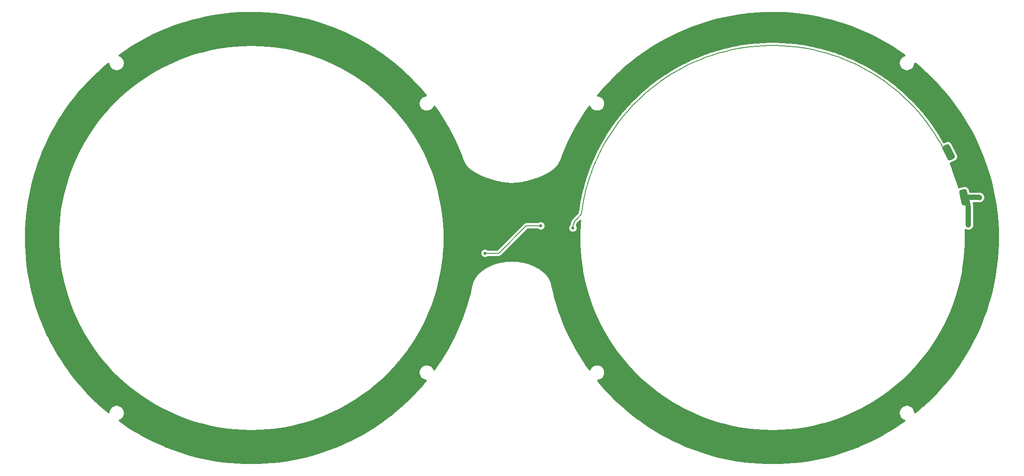
<source format=gbl>
G04 #@! TF.GenerationSoftware,KiCad,Pcbnew,8.0.4*
G04 #@! TF.CreationDate,2025-02-16T16:38:41+11:00*
G04 #@! TF.ProjectId,LGS_FrontPCB,4c47535f-4672-46f6-9e74-5043422e6b69,rev?*
G04 #@! TF.SameCoordinates,Original*
G04 #@! TF.FileFunction,Copper,L2,Bot*
G04 #@! TF.FilePolarity,Positive*
%FSLAX46Y46*%
G04 Gerber Fmt 4.6, Leading zero omitted, Abs format (unit mm)*
G04 Created by KiCad (PCBNEW 8.0.4) date 2025-02-16 16:38:41*
%MOMM*%
%LPD*%
G01*
G04 APERTURE LIST*
G04 Aperture macros list*
%AMRoundRect*
0 Rectangle with rounded corners*
0 $1 Rounding radius*
0 $2 $3 $4 $5 $6 $7 $8 $9 X,Y pos of 4 corners*
0 Add a 4 corners polygon primitive as box body*
4,1,4,$2,$3,$4,$5,$6,$7,$8,$9,$2,$3,0*
0 Add four circle primitives for the rounded corners*
1,1,$1+$1,$2,$3*
1,1,$1+$1,$4,$5*
1,1,$1+$1,$6,$7*
1,1,$1+$1,$8,$9*
0 Add four rect primitives between the rounded corners*
20,1,$1+$1,$2,$3,$4,$5,0*
20,1,$1+$1,$4,$5,$6,$7,0*
20,1,$1+$1,$6,$7,$8,$9,0*
20,1,$1+$1,$8,$9,$2,$3,0*%
G04 Aperture macros list end*
G04 #@! TA.AperFunction,SMDPad,CuDef*
%ADD10RoundRect,0.375000X-0.132905X-1.178383X0.600706X-1.022449X0.132905X1.178383X-0.600706X1.022449X0*%
G04 #@! TD*
G04 #@! TA.AperFunction,SMDPad,CuDef*
%ADD11RoundRect,0.375000X0.156120X-1.175532X0.830215X-0.846754X-0.156120X1.175532X-0.830215X0.846754X0*%
G04 #@! TD*
G04 #@! TA.AperFunction,SMDPad,CuDef*
%ADD12RoundRect,0.375000X0.011695X-1.185796X0.720834X-0.941620X-0.011695X1.185796X-0.720834X0.941620X0*%
G04 #@! TD*
G04 #@! TA.AperFunction,ViaPad*
%ADD13C,0.600000*%
G04 #@! TD*
G04 #@! TA.AperFunction,ViaPad*
%ADD14C,1.000000*%
G04 #@! TD*
G04 #@! TA.AperFunction,Conductor*
%ADD15C,0.200000*%
G04 #@! TD*
G04 #@! TA.AperFunction,Conductor*
%ADD16C,1.000000*%
G04 #@! TD*
G04 APERTURE END LIST*
D10*
X36387000Y7734000D03*
D11*
X33435000Y16307000D03*
D12*
X35173000Y12111000D03*
D13*
X33435000Y16307000D03*
X35173000Y12111000D03*
X36387000Y7734000D03*
X-54600000Y-2897749D03*
D14*
X37200000Y2500000D03*
X39300000Y7700000D03*
D13*
X-131550784Y-23893310D03*
X-75166054Y-32519600D03*
X-73789853Y31437859D03*
X-130437860Y25310146D03*
X-128149449Y-27874997D03*
X-139298226Y924999D03*
X-139138861Y-4343817D03*
X-98113224Y40361212D03*
X-126898231Y29176192D03*
X-138829398Y6165611D03*
X-135858815Y16289498D03*
X-60298226Y-11275001D03*
X-82698226Y36924999D03*
X-61392518Y14588331D03*
X-58881102Y4361679D03*
X-69798226Y27924999D03*
X-134422087Y-19406098D03*
X-94629400Y-40015630D03*
X-103317822Y40058945D03*
X-63648769Y19411773D03*
X-59798226Y9524999D03*
X-79611515Y-35324488D03*
X-137723829Y11369334D03*
X-87698226Y38724999D03*
X-133474384Y20982368D03*
X-84417861Y-37522330D03*
X-105138857Y-39806178D03*
X-89397071Y-39215862D03*
X-99934441Y-40311215D03*
X-58698226Y-875001D03*
X-118384983Y35374447D03*
X-110340861Y-38651158D03*
X-59198226Y-6175001D03*
X-138142580Y-9549391D03*
X-136545547Y-14555396D03*
X-92798226Y39924999D03*
X-64584953Y-20924492D03*
X-62078607Y-16222336D03*
X-119955591Y-34451158D03*
X-115245542Y-36794600D03*
X-78048771Y34538251D03*
X-108572636Y39169334D03*
X-113625940Y37652716D03*
X-71099999Y-29150003D03*
X-39831172Y6140612D03*
X-38725603Y11344335D03*
X-36860589Y16264499D03*
X-34476158Y20957369D03*
X-27900005Y29151193D03*
X-23893323Y32550756D03*
X-19386757Y35349448D03*
X-14627714Y37627717D03*
X-9574410Y39144335D03*
X-4319596Y40033946D03*
X885002Y40336213D03*
X6200000Y39900000D03*
X11300000Y38700000D03*
X16300000Y36900000D03*
X20949455Y34513252D03*
X29200000Y27900000D03*
X32500000Y23800000D03*
X35349457Y19386774D03*
X37605708Y14563332D03*
X39200000Y9500000D03*
X40117124Y4336680D03*
X40300000Y-900000D03*
X39800000Y-6200000D03*
X38700000Y-11300000D03*
X36919619Y-16247335D03*
X34413273Y-20949491D03*
X31400000Y-25200000D03*
X27898227Y-29175002D03*
X19386711Y-35349487D03*
X14580365Y-37547329D03*
X9601155Y-39240861D03*
X4368826Y-40040629D03*
X-936215Y-40336214D03*
X-6140631Y-39831177D03*
X-11342635Y-38676157D03*
X-16247316Y-36819599D03*
X-20957365Y-34476157D03*
X-25250779Y-31406683D03*
X-29151223Y-27899996D03*
X-35423861Y-19431097D03*
X-37547321Y-14580395D03*
X-39144354Y-9574390D03*
X-40140635Y-4368816D03*
X-40300000Y900000D03*
X-37900000Y1900000D03*
X-44000000Y2302449D03*
D15*
X-46797551Y2302449D02*
X-51997749Y-2897749D01*
X-44000000Y2302449D02*
X-46797551Y2302449D01*
X-51997749Y-2897749D02*
X-54600000Y-2897749D01*
D16*
X37200000Y5771245D02*
X37200000Y2500000D01*
X36387000Y7734000D02*
G75*
G02*
X37200018Y5771245I-1962800J-1962800D01*
G01*
X39217917Y7734000D02*
G75*
G02*
X39299995Y7699995I-17J-116100D01*
G01*
X36387000Y7734000D02*
X39217917Y7734000D01*
D15*
X-33936877Y13726056D02*
X-33459270Y14852391D01*
X-14852391Y33459270D02*
X-13726056Y33936877D01*
X13726056Y33936877D02*
X14852391Y33459270D01*
X22204336Y29104702D02*
X23164452Y28346506D01*
X23164452Y28346506D02*
X24098718Y27556633D01*
X-29830418Y21219386D02*
X-29104702Y22204336D01*
X-37900000Y1900000D02*
X-37897527Y2058074D01*
X32770025Y16307000D02*
X33435000Y16307000D01*
X-37897527Y2058074D02*
X-37895267Y2196270D01*
X5484891Y36194367D02*
X6691248Y35990880D01*
X-37895267Y2196270D02*
X-37859191Y2470296D01*
X-37859191Y2470296D02*
X-37787656Y2737270D01*
X-37787656Y2737270D02*
X-37681885Y2992622D01*
X-33459270Y14852391D02*
X-32944297Y15962128D01*
X-10260180Y35140361D02*
X-9080240Y35463579D01*
X25006055Y26735996D02*
X25885480Y25885480D01*
X-37681885Y2992622D02*
X-37543690Y3231984D01*
X-37543690Y3231984D02*
X-37375434Y3451260D01*
X-31804578Y18126917D02*
X-31181106Y19179542D01*
X-611703Y36602487D02*
X611703Y36602487D01*
X-37375434Y3451260D02*
X-37279312Y3550577D01*
X-4272378Y36357435D02*
X-3055129Y36479891D01*
X-37279312Y3550577D02*
X-36326346Y4503543D01*
X-36326346Y4503543D02*
X-36194367Y5484891D01*
X-36194367Y5484891D02*
X-35990880Y6691248D01*
X-35990880Y6691248D02*
X-35747194Y7890143D01*
X-35747194Y7890143D02*
X-35463579Y9080240D01*
X-35463579Y9080240D02*
X-35140361Y10260180D01*
X12584376Y34376586D02*
X13726056Y33936877D01*
X14852391Y33459270D02*
X15962128Y32944297D01*
X-35140361Y10260180D02*
X-34777893Y11428669D01*
X-34777893Y11428669D02*
X-34376586Y12584376D01*
X17054058Y32392520D02*
X18126917Y31804578D01*
X-34376586Y12584376D02*
X-33936877Y13726056D01*
X-9080240Y35463579D02*
X-7890143Y35747194D01*
X-32944297Y15962128D02*
X-32392520Y17054058D01*
X-28346506Y23164452D02*
X-27556633Y24098718D01*
X11428669Y34777893D02*
X12584376Y34376586D01*
X-32392520Y17054058D02*
X-31804578Y18126917D01*
X-31181106Y19179542D02*
X-30522802Y20210760D01*
X-18126917Y31804578D02*
X-17054058Y32392520D01*
X-5484891Y36194367D02*
X-4272378Y36357435D01*
X-30522802Y20210760D02*
X-29830418Y21219386D01*
X-13726056Y33936877D02*
X-12584376Y34376586D01*
X-29104702Y22204336D02*
X-28346506Y23164452D01*
X-25885480Y25885480D02*
X-25006055Y26735996D01*
X-27556633Y24098718D02*
X-26735996Y25006055D01*
X-11428669Y34777893D02*
X-10260180Y35140361D01*
X-3055129Y36479891D02*
X-1834441Y36561606D01*
X30522802Y20210760D02*
X31181106Y19179542D01*
X-26735996Y25006055D02*
X-25885480Y25885480D01*
X-6691248Y35990880D02*
X-5484891Y36194367D01*
X-25006055Y26735996D02*
X-24098718Y27556633D01*
X-24098718Y27556633D02*
X-23164452Y28346506D01*
X-23164452Y28346506D02*
X-22204336Y29104702D01*
X-22204336Y29104702D02*
X-21219386Y29830418D01*
X-21219386Y29830418D02*
X-20210760Y30522802D01*
X-20210760Y30522802D02*
X-19179542Y31181106D01*
X-19179542Y31181106D02*
X-18126917Y31804578D01*
X27556633Y24098718D02*
X28346506Y23164452D01*
X-17054058Y32392520D02*
X-15962128Y32944297D01*
X-15962128Y32944297D02*
X-14852391Y33459270D01*
X-12584376Y34376586D02*
X-11428669Y34777893D01*
X-7890143Y35747194D02*
X-6691248Y35990880D01*
X-1834441Y36561606D02*
X-611703Y36602487D01*
X611703Y36602487D02*
X1834441Y36561606D01*
X1834441Y36561606D02*
X3055129Y36479891D01*
X3055129Y36479891D02*
X4272378Y36357435D01*
X4272378Y36357435D02*
X5484891Y36194367D01*
X6691248Y35990880D02*
X7890143Y35747194D01*
X31181106Y19179542D02*
X31804578Y18126917D01*
X7890143Y35747194D02*
X9080240Y35463579D01*
X9080240Y35463579D02*
X10260180Y35140361D01*
X10260180Y35140361D02*
X11428669Y34777893D01*
X18126917Y31804578D02*
X19179542Y31181106D01*
X15962128Y32944297D02*
X17054058Y32392520D01*
X19179542Y31181106D02*
X20210760Y30522802D01*
X25885480Y25885480D02*
X26735996Y25006055D01*
X20210760Y30522802D02*
X21219386Y29830418D01*
X21219386Y29830418D02*
X22204336Y29104702D01*
X24098718Y27556633D02*
X25006055Y26735996D01*
X26735996Y25006055D02*
X27556633Y24098718D01*
X28346506Y23164452D02*
X29104702Y22204336D01*
X29104702Y22204336D02*
X29830418Y21219386D01*
X29830418Y21219386D02*
X30522802Y20210760D01*
X31804578Y18126917D02*
X32392520Y17054058D01*
X32392520Y17054058D02*
X32770025Y16307000D01*
G04 #@! TA.AperFunction,Conductor*
G36*
X972847Y42988447D02*
G01*
X978871Y42988311D01*
X2273871Y42939290D01*
X2279888Y42938971D01*
X3572823Y42850764D01*
X3578827Y42850262D01*
X4868410Y42722964D01*
X4874397Y42722282D01*
X6159627Y42555987D01*
X6165589Y42555123D01*
X7445121Y42350008D01*
X7451056Y42348965D01*
X8723854Y42105194D01*
X8729754Y42103971D01*
X9994563Y41821786D01*
X10000423Y41820385D01*
X11256116Y41500035D01*
X11261931Y41498457D01*
X12507339Y41140241D01*
X12513103Y41138488D01*
X13747073Y40742742D01*
X13752782Y40740816D01*
X14974252Y40307876D01*
X14979901Y40305777D01*
X16187704Y39836055D01*
X16193285Y39833786D01*
X17386253Y39327741D01*
X17391764Y39325305D01*
X18568951Y38783335D01*
X18574385Y38780732D01*
X19734541Y38203415D01*
X19739894Y38200650D01*
X20882107Y37588438D01*
X20887374Y37585511D01*
X22010498Y36939018D01*
X22015674Y36935933D01*
X23118687Y36255748D01*
X23123767Y36252509D01*
X24205720Y35539220D01*
X24210700Y35535828D01*
X25124185Y34893101D01*
X25183460Y34827298D01*
X25208314Y34742294D01*
X25193825Y34654924D01*
X25142863Y34582493D01*
X25071167Y34541089D01*
X24992588Y34515557D01*
X24992584Y34515555D01*
X24992581Y34515554D01*
X24894589Y34465624D01*
X24803184Y34419051D01*
X24685688Y34333685D01*
X24631210Y34294106D01*
X24480893Y34143789D01*
X24456981Y34110876D01*
X24355949Y33971816D01*
X24355947Y33971812D01*
X24259445Y33782418D01*
X24259441Y33782407D01*
X24193756Y33580251D01*
X24193752Y33580234D01*
X24170170Y33431338D01*
X24160544Y33370561D01*
X24160500Y33370286D01*
X24160500Y33157713D01*
X24193752Y32947765D01*
X24193756Y32947748D01*
X24259441Y32745592D01*
X24259445Y32745581D01*
X24355947Y32556187D01*
X24480893Y32384210D01*
X24631210Y32233893D01*
X24803187Y32108947D01*
X24992581Y32012445D01*
X24992592Y32012441D01*
X25194748Y31946756D01*
X25194765Y31946752D01*
X25404713Y31913500D01*
X25617287Y31913500D01*
X25827234Y31946752D01*
X25827241Y31946753D01*
X25827243Y31946754D01*
X25827244Y31946754D01*
X25827251Y31946756D01*
X26029407Y32012441D01*
X26029418Y32012445D01*
X26218812Y32108947D01*
X26218816Y32108949D01*
X26309071Y32174523D01*
X26390789Y32233893D01*
X26541106Y32384210D01*
X26580685Y32438688D01*
X26666051Y32556184D01*
X26730469Y32682611D01*
X26762554Y32745581D01*
X26762558Y32745592D01*
X26772701Y32776807D01*
X26828246Y32947757D01*
X26861500Y33157713D01*
X26861500Y33157718D01*
X26862114Y33165509D01*
X26863360Y33165410D01*
X26881207Y33243604D01*
X26936426Y33312845D01*
X27016218Y33351272D01*
X27104782Y33351272D01*
X27184574Y33312845D01*
X27184652Y33312784D01*
X27329778Y33196932D01*
X27334429Y33193102D01*
X28322248Y32354340D01*
X28326782Y32350371D01*
X29288795Y31482052D01*
X29293206Y31477947D01*
X30228453Y30580936D01*
X30232738Y30576700D01*
X31140416Y29651771D01*
X31144570Y29647408D01*
X32023832Y28695422D01*
X32027853Y28690934D01*
X32877884Y27712773D01*
X32881767Y27708166D01*
X33701819Y26704689D01*
X33705560Y26699966D01*
X34494827Y25672163D01*
X34498424Y25667329D01*
X35256216Y24616097D01*
X35259665Y24611157D01*
X35985298Y23537445D01*
X35988596Y23532402D01*
X36681377Y22437237D01*
X36684521Y22432097D01*
X37343851Y21316421D01*
X37346837Y21311188D01*
X37972064Y20176109D01*
X37974891Y20170788D01*
X38565471Y19017293D01*
X38568136Y19011889D01*
X39123550Y17840989D01*
X39126049Y17835506D01*
X39645722Y16648415D01*
X39648055Y16642860D01*
X40131581Y15440505D01*
X40133744Y15434881D01*
X40580632Y14218486D01*
X40582624Y14212800D01*
X40992487Y12983414D01*
X40994306Y12977670D01*
X41366766Y11736428D01*
X41368410Y11730631D01*
X41703114Y10478705D01*
X41704582Y10472861D01*
X42001237Y9211359D01*
X42002527Y9205474D01*
X42260848Y7935597D01*
X42261960Y7929675D01*
X42481729Y6652500D01*
X42482660Y6646547D01*
X42663650Y5363399D01*
X42664402Y5357421D01*
X42806473Y4069269D01*
X42807042Y4063270D01*
X42910044Y2771496D01*
X42910432Y2765484D01*
X42974280Y1471157D01*
X42974486Y1465135D01*
X42999120Y169444D01*
X42999143Y163419D01*
X42984541Y-1132388D01*
X42984382Y-1138412D01*
X42930555Y-2433192D01*
X42930214Y-2439207D01*
X42837214Y-3731771D01*
X42836691Y-3737774D01*
X42704600Y-5026947D01*
X42703895Y-5032931D01*
X42532836Y-6317507D01*
X42531950Y-6323467D01*
X42322083Y-7602257D01*
X42321017Y-7608187D01*
X42072536Y-8880019D01*
X42071292Y-8885914D01*
X41784407Y-10149699D01*
X41782984Y-10155554D01*
X41457983Y-11410026D01*
X41456384Y-11415835D01*
X41093540Y-12659936D01*
X41091765Y-12665694D01*
X40691449Y-13898165D01*
X40689502Y-13903867D01*
X40252024Y-15123744D01*
X40249904Y-15129384D01*
X39775724Y-16335384D01*
X39773435Y-16340958D01*
X39262938Y-17532104D01*
X39260481Y-17537605D01*
X38714167Y-18712732D01*
X38711544Y-18718157D01*
X38129910Y-19876190D01*
X38127125Y-19881532D01*
X37510693Y-21021441D01*
X37507746Y-21026698D01*
X36857089Y-22147415D01*
X36853986Y-22152579D01*
X36169690Y-23253098D01*
X36166431Y-23258166D01*
X35449137Y-24337456D01*
X35445726Y-24342423D01*
X34696106Y-25399474D01*
X34692547Y-25404336D01*
X33911229Y-26438259D01*
X33907524Y-26443010D01*
X33095290Y-27452773D01*
X33091443Y-27457410D01*
X32249008Y-28442126D01*
X32245022Y-28446645D01*
X31373154Y-29405411D01*
X31369033Y-29409807D01*
X30468543Y-30341735D01*
X30464291Y-30346004D01*
X29536000Y-31250244D01*
X29531621Y-31254382D01*
X28576393Y-32130091D01*
X28571891Y-32134095D01*
X27590566Y-32980505D01*
X27585944Y-32984371D01*
X27185852Y-33308861D01*
X27106378Y-33347943D01*
X27017818Y-33348673D01*
X26937711Y-33310905D01*
X26881924Y-33242121D01*
X26863742Y-33165380D01*
X26862114Y-33165509D01*
X26861500Y-33157718D01*
X26861500Y-33157713D01*
X26828246Y-32947757D01*
X26762557Y-32745588D01*
X26762555Y-32745584D01*
X26762554Y-32745581D01*
X26712624Y-32647589D01*
X26666051Y-32556184D01*
X26544227Y-32388506D01*
X26541106Y-32384210D01*
X26390789Y-32233893D01*
X26260472Y-32139214D01*
X26218816Y-32108949D01*
X26212223Y-32105590D01*
X26029418Y-32012445D01*
X26029407Y-32012441D01*
X25827251Y-31946756D01*
X25827234Y-31946752D01*
X25617287Y-31913500D01*
X25404713Y-31913500D01*
X25194765Y-31946752D01*
X25194748Y-31946756D01*
X24992592Y-32012441D01*
X24992581Y-32012445D01*
X24803187Y-32108947D01*
X24631210Y-32233893D01*
X24480893Y-32384210D01*
X24355947Y-32556187D01*
X24259445Y-32745581D01*
X24259441Y-32745592D01*
X24193756Y-32947748D01*
X24193752Y-32947765D01*
X24160500Y-33157713D01*
X24160500Y-33370286D01*
X24193752Y-33580234D01*
X24193756Y-33580251D01*
X24259441Y-33782407D01*
X24259445Y-33782418D01*
X24317991Y-33897320D01*
X24355949Y-33971816D01*
X24367667Y-33987944D01*
X24480893Y-34143789D01*
X24631210Y-34294106D01*
X24676228Y-34326813D01*
X24803184Y-34419051D01*
X24894589Y-34465624D01*
X24992581Y-34515554D01*
X24992584Y-34515555D01*
X24992588Y-34515557D01*
X25068394Y-34540188D01*
X25144418Y-34585610D01*
X25193208Y-34659522D01*
X25205097Y-34747284D01*
X25177730Y-34831513D01*
X25122666Y-34891307D01*
X24485098Y-35347320D01*
X24480145Y-35350751D01*
X23403740Y-36072399D01*
X23398685Y-36075678D01*
X22300932Y-36764405D01*
X22295780Y-36767529D01*
X21177704Y-37422692D01*
X21172460Y-37425659D01*
X20035083Y-38046662D01*
X20029752Y-38049470D01*
X18874021Y-38635792D01*
X18868607Y-38638436D01*
X17695694Y-39189481D01*
X17690202Y-39191960D01*
X16501163Y-39707237D01*
X16495599Y-39709549D01*
X15291468Y-40188606D01*
X15285836Y-40190748D01*
X14067801Y-40633114D01*
X14062108Y-40635085D01*
X12831211Y-41040383D01*
X12825460Y-41042181D01*
X11582824Y-41410038D01*
X11577021Y-41411660D01*
X10323899Y-41741706D01*
X10318050Y-41743153D01*
X9055424Y-42035132D01*
X9049534Y-42036400D01*
X7778715Y-42290006D01*
X7772789Y-42291096D01*
X6494812Y-42506123D01*
X6488855Y-42507032D01*
X5205011Y-42683262D01*
X5199031Y-42683991D01*
X3910429Y-42821275D01*
X3904428Y-42821823D01*
X2612217Y-42920035D01*
X2606203Y-42920400D01*
X1311683Y-42979443D01*
X1305660Y-42979627D01*
X9887Y-42999452D01*
X3862Y-42999453D01*
X-1291918Y-42980042D01*
X-1297940Y-42979860D01*
X-2592475Y-42921231D01*
X-2598490Y-42920868D01*
X-3890739Y-42823069D01*
X-3896739Y-42822523D01*
X-5185377Y-42685652D01*
X-5191358Y-42684925D01*
X-6475295Y-42509100D01*
X-6481252Y-42508192D01*
X-7759265Y-42293579D01*
X-7765191Y-42292491D01*
X-9036086Y-42039292D01*
X-9041977Y-42038026D01*
X-10304673Y-41746458D01*
X-10310523Y-41745014D01*
X-11563803Y-41415354D01*
X-11569606Y-41413733D01*
X-12812338Y-41046279D01*
X-12818089Y-41044483D01*
X-14049096Y-40639586D01*
X-14054791Y-40637617D01*
X-15273017Y-40195622D01*
X-15278649Y-40193481D01*
X-16482892Y-39714825D01*
X-16488457Y-39712515D01*
X-17677674Y-39197613D01*
X-17683166Y-39195136D01*
X-18856270Y-38644458D01*
X-18861685Y-38641815D01*
X-20017551Y-38055888D01*
X-20022883Y-38053083D01*
X-21160470Y-37432439D01*
X-21165716Y-37429473D01*
X-22284054Y-36774636D01*
X-22289206Y-36771514D01*
X-23387165Y-36083148D01*
X-23392221Y-36079870D01*
X-24468834Y-35358580D01*
X-24473788Y-35355151D01*
X-25528050Y-34601614D01*
X-25532899Y-34598037D01*
X-26563916Y-33812889D01*
X-26568654Y-33809166D01*
X-27575391Y-32993194D01*
X-27580014Y-32989330D01*
X-28561629Y-32143217D01*
X-28566132Y-32139214D01*
X-29521622Y-31263826D01*
X-29526003Y-31259689D01*
X-30454600Y-30355731D01*
X-30458853Y-30351463D01*
X-31359625Y-29419839D01*
X-31363747Y-29415445D01*
X-32235922Y-28456955D01*
X-32239909Y-28452438D01*
X-33082672Y-27467980D01*
X-33086521Y-27463343D01*
X-33274591Y-27229688D01*
X-33313378Y-27150070D01*
X-33313779Y-27061508D01*
X-33275714Y-26981542D01*
X-33206723Y-26926011D01*
X-33150701Y-26908361D01*
X-33004757Y-26885246D01*
X-32802588Y-26819557D01*
X-32802584Y-26819555D01*
X-32802581Y-26819554D01*
X-32704589Y-26769624D01*
X-32613184Y-26723051D01*
X-32495688Y-26637685D01*
X-32441210Y-26598106D01*
X-32290893Y-26447789D01*
X-32231523Y-26366071D01*
X-32165949Y-26275816D01*
X-32162590Y-26269223D01*
X-32069445Y-26086418D01*
X-32069441Y-26086407D01*
X-32003756Y-25884251D01*
X-32003752Y-25884234D01*
X-31970500Y-25674286D01*
X-31970500Y-25461713D01*
X-32003752Y-25251765D01*
X-32003756Y-25251748D01*
X-32069441Y-25049592D01*
X-32069445Y-25049581D01*
X-32165947Y-24860187D01*
X-32290893Y-24688210D01*
X-32441210Y-24537893D01*
X-32613187Y-24412947D01*
X-32802581Y-24316445D01*
X-32802592Y-24316441D01*
X-33004748Y-24250756D01*
X-33004765Y-24250752D01*
X-33214713Y-24217500D01*
X-33427287Y-24217500D01*
X-33637234Y-24250752D01*
X-33637251Y-24250756D01*
X-33839407Y-24316441D01*
X-33839418Y-24316445D01*
X-34022223Y-24409590D01*
X-34028816Y-24412949D01*
X-34119071Y-24478523D01*
X-34200789Y-24537893D01*
X-34351106Y-24688210D01*
X-34390685Y-24742688D01*
X-34476051Y-24860184D01*
X-34520866Y-24948140D01*
X-34576107Y-25056554D01*
X-34577563Y-25055812D01*
X-34622972Y-25119819D01*
X-34700482Y-25162664D01*
X-34788906Y-25167636D01*
X-34870730Y-25133749D01*
X-34917874Y-25086612D01*
X-35437951Y-24353739D01*
X-35441363Y-24348773D01*
X-36159003Y-23269713D01*
X-36162263Y-23264646D01*
X-36846888Y-22164383D01*
X-36849994Y-22159219D01*
X-37501031Y-21038670D01*
X-37503978Y-21033416D01*
X-38120770Y-19893717D01*
X-38123557Y-19888375D01*
X-38705552Y-18730543D01*
X-38708177Y-18725119D01*
X-39254886Y-17550127D01*
X-39257345Y-17544626D01*
X-39768188Y-16353722D01*
X-39770479Y-16348150D01*
X-40245077Y-15142222D01*
X-40247198Y-15136582D01*
X-40685041Y-13916914D01*
X-40686991Y-13911213D01*
X-41087724Y-12678801D01*
X-41089500Y-12673043D01*
X-41452729Y-11429098D01*
X-41454330Y-11423290D01*
X-41779735Y-10168914D01*
X-41781160Y-10163059D01*
X-42053359Y-8965734D01*
X-42055505Y-8946718D01*
X-42056599Y-8946863D01*
X-42058307Y-8933927D01*
X-42070506Y-8888463D01*
X-42072999Y-8878067D01*
X-42082746Y-8831977D01*
X-42087085Y-8819683D01*
X-42086718Y-8819553D01*
X-42094307Y-8799758D01*
X-42208052Y-8375851D01*
X-42211492Y-8360687D01*
X-42218542Y-8322796D01*
X-42219194Y-8321431D01*
X-42231834Y-8287223D01*
X-42231837Y-8287213D01*
X-42231937Y-8286837D01*
X-42232222Y-8285773D01*
X-42232224Y-8285770D01*
X-42251497Y-8252413D01*
X-42258744Y-8238655D01*
X-42304211Y-8143500D01*
X-42311052Y-8124139D01*
X-42311609Y-8124352D01*
X-42316255Y-8112166D01*
X-42339360Y-8069379D01*
X-42343812Y-8060624D01*
X-42364768Y-8016766D01*
X-42371877Y-8005837D01*
X-42371377Y-8005512D01*
X-42382993Y-7988579D01*
X-42411539Y-7935718D01*
X-42419228Y-7916922D01*
X-42419839Y-7917189D01*
X-42425064Y-7905239D01*
X-42450454Y-7863177D01*
X-42455182Y-7854902D01*
X-42478522Y-7811683D01*
X-42486164Y-7801114D01*
X-42485623Y-7800723D01*
X-42497914Y-7784555D01*
X-42529812Y-7731713D01*
X-42538284Y-7713503D01*
X-42538950Y-7713832D01*
X-42544722Y-7702139D01*
X-42572342Y-7660845D01*
X-42577293Y-7653057D01*
X-42602941Y-7610569D01*
X-42611077Y-7600384D01*
X-42610499Y-7599922D01*
X-42623389Y-7584528D01*
X-42663099Y-7525161D01*
X-42676735Y-7499721D01*
X-42680428Y-7493351D01*
X-42706384Y-7459650D01*
X-42714125Y-7448873D01*
X-42737772Y-7413522D01*
X-42742639Y-7407978D01*
X-42762388Y-7386939D01*
X-43051978Y-7010954D01*
X-43066369Y-6989527D01*
X-43076634Y-6971866D01*
X-43076639Y-6971860D01*
X-43090590Y-6957988D01*
X-43107926Y-6938314D01*
X-43119931Y-6922728D01*
X-43119935Y-6922724D01*
X-43133796Y-6912128D01*
X-43167291Y-6879633D01*
X-43167503Y-6879372D01*
X-43208901Y-6840265D01*
X-43212547Y-6836732D01*
X-43252937Y-6796577D01*
X-43256113Y-6794155D01*
X-43272067Y-6780600D01*
X-43308700Y-6745994D01*
X-43322343Y-6731763D01*
X-43328023Y-6725217D01*
X-43369051Y-6688849D01*
X-43373696Y-6684598D01*
X-43413539Y-6646961D01*
X-43420563Y-6641883D01*
X-43435949Y-6629550D01*
X-43475601Y-6594403D01*
X-43489819Y-6580470D01*
X-43495183Y-6574658D01*
X-43537540Y-6539376D01*
X-43542173Y-6535395D01*
X-43583469Y-6498790D01*
X-43590018Y-6494364D01*
X-43605937Y-6482401D01*
X-43649035Y-6446502D01*
X-43663810Y-6432874D01*
X-43668850Y-6427730D01*
X-43712520Y-6393506D01*
X-43717129Y-6389782D01*
X-43759736Y-6354293D01*
X-43765836Y-6350437D01*
X-43782252Y-6338860D01*
X-43831032Y-6300633D01*
X-43845500Y-6286551D01*
X-43845980Y-6287068D01*
X-43855534Y-6278195D01*
X-43895827Y-6249577D01*
X-43903340Y-6243970D01*
X-43919267Y-6231489D01*
X-43921584Y-6229672D01*
X-43942214Y-6213506D01*
X-43953440Y-6206871D01*
X-43953081Y-6206263D01*
X-43970700Y-6196401D01*
X-44409386Y-5884836D01*
X-44434910Y-5863266D01*
X-44439812Y-5858360D01*
X-44439816Y-5858357D01*
X-44458020Y-5847838D01*
X-44471782Y-5838782D01*
X-44473840Y-5837633D01*
X-44492012Y-5826152D01*
X-44511178Y-5812540D01*
X-44511185Y-5812537D01*
X-44517685Y-5810122D01*
X-44547922Y-5795892D01*
X-44585094Y-5774414D01*
X-44599918Y-5767231D01*
X-44667047Y-5729746D01*
X-44685096Y-5718356D01*
X-44687099Y-5716935D01*
X-44738143Y-5689984D01*
X-44742242Y-5687758D01*
X-44792581Y-5659649D01*
X-44794845Y-5658750D01*
X-44814246Y-5649803D01*
X-44814250Y-5649801D01*
X-44854573Y-5628510D01*
X-44873249Y-5617300D01*
X-44873980Y-5616804D01*
X-44926223Y-5590626D01*
X-44929982Y-5588692D01*
X-44981686Y-5561394D01*
X-44982523Y-5561084D01*
X-45002498Y-5552408D01*
X-45044823Y-5531201D01*
X-45063792Y-5520355D01*
X-45064355Y-5519990D01*
X-45117251Y-5494861D01*
X-45121004Y-5493030D01*
X-45173342Y-5466805D01*
X-45173973Y-5466587D01*
X-45194188Y-5458310D01*
X-45238493Y-5437262D01*
X-45257719Y-5426796D01*
X-45258119Y-5426548D01*
X-45311619Y-5402476D01*
X-45315350Y-5400751D01*
X-45368321Y-5375587D01*
X-45368763Y-5375445D01*
X-45389198Y-5367571D01*
X-45434515Y-5347181D01*
X-45450644Y-5337803D01*
X-45451166Y-5338723D01*
X-45462508Y-5332282D01*
X-45511498Y-5312394D01*
X-45518294Y-5309487D01*
X-45566539Y-5287780D01*
X-45579028Y-5284028D01*
X-45578728Y-5283032D01*
X-45596657Y-5277824D01*
X-46155459Y-5050981D01*
X-46187207Y-5034636D01*
X-46189628Y-5033099D01*
X-46189636Y-5033096D01*
X-46225113Y-5021983D01*
X-46240474Y-5016470D01*
X-46274921Y-5002486D01*
X-46276694Y-5002266D01*
X-46309090Y-4995458D01*
X-46323073Y-4991279D01*
X-46325571Y-4990515D01*
X-46387764Y-4971034D01*
X-46402214Y-4967627D01*
X-46460392Y-4950241D01*
X-46480701Y-4942919D01*
X-46537796Y-4927069D01*
X-46541539Y-4925990D01*
X-46598336Y-4909017D01*
X-46619423Y-4904409D01*
X-46658432Y-4893580D01*
X-46678945Y-4887885D01*
X-46699275Y-4881002D01*
X-46756764Y-4866243D01*
X-46760506Y-4865243D01*
X-46817716Y-4849361D01*
X-46838783Y-4845187D01*
X-46899481Y-4829604D01*
X-46919846Y-4823148D01*
X-46977715Y-4809482D01*
X-46981457Y-4808560D01*
X-47039035Y-4793779D01*
X-47060059Y-4790036D01*
X-47121896Y-4775435D01*
X-47142293Y-4769399D01*
X-47200497Y-4756836D01*
X-47204237Y-4755991D01*
X-47262175Y-4742310D01*
X-47283174Y-4738990D01*
X-47345351Y-4725570D01*
X-47363853Y-4720634D01*
X-47374360Y-4717281D01*
X-47427290Y-4707761D01*
X-47434042Y-4706425D01*
X-47486609Y-4695080D01*
X-47497600Y-4694180D01*
X-47516584Y-4691702D01*
X-48136151Y-4580273D01*
X-48171311Y-4570552D01*
X-48172706Y-4570024D01*
X-48172712Y-4570022D01*
X-48211061Y-4566183D01*
X-48226451Y-4564032D01*
X-48264381Y-4557211D01*
X-48264392Y-4557211D01*
X-48264877Y-4557252D01*
X-48298847Y-4557197D01*
X-48313141Y-4555949D01*
X-48315649Y-4555714D01*
X-48380937Y-4549179D01*
X-48395281Y-4548777D01*
X-48459292Y-4543189D01*
X-48480004Y-4540206D01*
X-48539685Y-4536134D01*
X-48543443Y-4535842D01*
X-48603063Y-4530637D01*
X-48623983Y-4530383D01*
X-48688338Y-4525992D01*
X-48709066Y-4523407D01*
X-48768849Y-4520463D01*
X-48772599Y-4520243D01*
X-48832345Y-4516168D01*
X-48853214Y-4516309D01*
X-48917745Y-4513132D01*
X-48938462Y-4510945D01*
X-48939081Y-4510926D01*
X-48939082Y-4510926D01*
X-48998409Y-4509126D01*
X-49002066Y-4508980D01*
X-49061910Y-4506034D01*
X-49082752Y-4506569D01*
X-49147394Y-4504609D01*
X-49168142Y-4502813D01*
X-49228050Y-4502128D01*
X-49231800Y-4502050D01*
X-49291688Y-4500235D01*
X-49312493Y-4501162D01*
X-49377001Y-4500424D01*
X-49389981Y-4499500D01*
X-49394882Y-4499500D01*
X-49456754Y-4499500D01*
X-49459024Y-4499487D01*
X-49461415Y-4499459D01*
X-49463912Y-4499431D01*
X-49474636Y-4498728D01*
X-49497726Y-4498992D01*
X-49502271Y-4498992D01*
X-49525365Y-4498728D01*
X-49536089Y-4499431D01*
X-49538620Y-4499460D01*
X-49540976Y-4499487D01*
X-49543246Y-4499500D01*
X-49610024Y-4499500D01*
X-49623000Y-4500424D01*
X-49687504Y-4501162D01*
X-49708308Y-4500234D01*
X-49768197Y-4502050D01*
X-49771947Y-4502128D01*
X-49831855Y-4502813D01*
X-49852606Y-4504609D01*
X-49917242Y-4506569D01*
X-49938086Y-4506034D01*
X-49997881Y-4508977D01*
X-50001627Y-4509126D01*
X-50061521Y-4510943D01*
X-50082252Y-4513132D01*
X-50146780Y-4516309D01*
X-50167653Y-4516168D01*
X-50227399Y-4520243D01*
X-50231150Y-4520463D01*
X-50290930Y-4523407D01*
X-50311660Y-4525992D01*
X-50376011Y-4530383D01*
X-50396953Y-4530639D01*
X-50456550Y-4535841D01*
X-50460306Y-4536133D01*
X-50519997Y-4540206D01*
X-50540708Y-4543189D01*
X-50604714Y-4548777D01*
X-50619066Y-4549180D01*
X-50664790Y-4553757D01*
X-50684308Y-4555710D01*
X-50686762Y-4555941D01*
X-50696139Y-4556760D01*
X-50701157Y-4557198D01*
X-50735108Y-4557253D01*
X-50735607Y-4557211D01*
X-50735621Y-4557211D01*
X-50773554Y-4564033D01*
X-50788954Y-4566185D01*
X-50827283Y-4570021D01*
X-50827285Y-4570022D01*
X-50828684Y-4570551D01*
X-50863841Y-4580271D01*
X-51483411Y-4691701D01*
X-51502383Y-4694178D01*
X-51513387Y-4695079D01*
X-51565956Y-4706425D01*
X-51572709Y-4707761D01*
X-51625636Y-4717281D01*
X-51625638Y-4717281D01*
X-51625640Y-4717282D01*
X-51625641Y-4717282D01*
X-51636152Y-4720636D01*
X-51654640Y-4725568D01*
X-51716817Y-4738989D01*
X-51737830Y-4742312D01*
X-51795766Y-4755992D01*
X-51799505Y-4756836D01*
X-51857701Y-4769398D01*
X-51878101Y-4775435D01*
X-51939937Y-4790036D01*
X-51960958Y-4793778D01*
X-52018518Y-4808554D01*
X-52022259Y-4809476D01*
X-52080168Y-4823151D01*
X-52100526Y-4829607D01*
X-52161230Y-4845190D01*
X-52182267Y-4849359D01*
X-52239433Y-4865228D01*
X-52243176Y-4866228D01*
X-52300727Y-4881003D01*
X-52321061Y-4887888D01*
X-52380575Y-4904409D01*
X-52401666Y-4909018D01*
X-52458464Y-4925992D01*
X-52462189Y-4927065D01*
X-52484749Y-4933328D01*
X-52519311Y-4942923D01*
X-52539617Y-4950245D01*
X-52597783Y-4967628D01*
X-52612239Y-4971036D01*
X-52674427Y-4990515D01*
X-52676923Y-4991279D01*
X-52690899Y-4995456D01*
X-52723293Y-5002264D01*
X-52725077Y-5002486D01*
X-52759524Y-5016469D01*
X-52774883Y-5021981D01*
X-52810362Y-5033095D01*
X-52810363Y-5033095D01*
X-52810364Y-5033096D01*
X-52812785Y-5034632D01*
X-52844530Y-5050977D01*
X-53274434Y-5225494D01*
X-53403348Y-5277826D01*
X-53421273Y-5283033D01*
X-53420974Y-5284029D01*
X-53433465Y-5287782D01*
X-53481683Y-5309477D01*
X-53488483Y-5312386D01*
X-53537495Y-5332282D01*
X-53548840Y-5338726D01*
X-53549401Y-5337738D01*
X-53565501Y-5347190D01*
X-53610795Y-5367569D01*
X-53631227Y-5375441D01*
X-53631668Y-5375583D01*
X-53684645Y-5400751D01*
X-53688384Y-5402480D01*
X-53741882Y-5426550D01*
X-53742269Y-5426790D01*
X-53761507Y-5437264D01*
X-53805805Y-5458309D01*
X-53826035Y-5466590D01*
X-53826654Y-5466804D01*
X-53826659Y-5466806D01*
X-53826660Y-5466807D01*
X-53879048Y-5493056D01*
X-53882727Y-5494851D01*
X-53935639Y-5519988D01*
X-53936191Y-5520345D01*
X-53955172Y-5531199D01*
X-53997501Y-5552408D01*
X-54017482Y-5561086D01*
X-54018315Y-5561394D01*
X-54070006Y-5588687D01*
X-54073771Y-5590624D01*
X-54126016Y-5616803D01*
X-54126750Y-5617300D01*
X-54145429Y-5628511D01*
X-54185750Y-5649801D01*
X-54205153Y-5658749D01*
X-54207409Y-5659645D01*
X-54207416Y-5659649D01*
X-54257755Y-5687757D01*
X-54261830Y-5689970D01*
X-54312891Y-5716931D01*
X-54314881Y-5718342D01*
X-54332950Y-5729746D01*
X-54378866Y-5755385D01*
X-54400076Y-5767229D01*
X-54414889Y-5774406D01*
X-54452082Y-5795895D01*
X-54482311Y-5810121D01*
X-54488810Y-5812536D01*
X-54488815Y-5812539D01*
X-54488818Y-5812540D01*
X-54488819Y-5812541D01*
X-54507978Y-5826147D01*
X-54526162Y-5837635D01*
X-54528252Y-5838802D01*
X-54541988Y-5847842D01*
X-54560173Y-5858350D01*
X-54560178Y-5858353D01*
X-54560179Y-5858354D01*
X-54565081Y-5863259D01*
X-54590610Y-5884834D01*
X-54764922Y-6008635D01*
X-55029297Y-6196400D01*
X-55046915Y-6206259D01*
X-55046556Y-6206868D01*
X-55057789Y-6213507D01*
X-55096687Y-6243990D01*
X-55104204Y-6249600D01*
X-55144463Y-6278193D01*
X-55154024Y-6287072D01*
X-55154504Y-6286554D01*
X-55168970Y-6300637D01*
X-55217750Y-6338864D01*
X-55234170Y-6350443D01*
X-55240262Y-6354293D01*
X-55240265Y-6354295D01*
X-55240267Y-6354296D01*
X-55240269Y-6354298D01*
X-55282901Y-6389809D01*
X-55287518Y-6393540D01*
X-55331149Y-6427731D01*
X-55336182Y-6432868D01*
X-55350954Y-6446493D01*
X-55394055Y-6482396D01*
X-55409983Y-6494367D01*
X-55416536Y-6498796D01*
X-55457798Y-6535371D01*
X-55462435Y-6539356D01*
X-55504811Y-6574654D01*
X-55510166Y-6580456D01*
X-55524398Y-6594405D01*
X-55564049Y-6629551D01*
X-55579442Y-6641888D01*
X-55586457Y-6646961D01*
X-55586459Y-6646962D01*
X-55586461Y-6646964D01*
X-55626356Y-6684650D01*
X-55630930Y-6688836D01*
X-55671973Y-6725216D01*
X-55671976Y-6725219D01*
X-55677643Y-6731751D01*
X-55691297Y-6745994D01*
X-55727921Y-6780591D01*
X-55743895Y-6794163D01*
X-55747066Y-6796581D01*
X-55787456Y-6836737D01*
X-55791107Y-6840275D01*
X-55832488Y-6879365D01*
X-55832493Y-6879371D01*
X-55832496Y-6879374D01*
X-55832498Y-6879377D01*
X-55832697Y-6879622D01*
X-55866203Y-6912128D01*
X-55880065Y-6922725D01*
X-55892062Y-6938302D01*
X-55909413Y-6957993D01*
X-55923362Y-6971861D01*
X-55933623Y-6989516D01*
X-55948018Y-7010950D01*
X-56237608Y-7386936D01*
X-56257354Y-7407971D01*
X-56262225Y-7413519D01*
X-56262226Y-7413520D01*
X-56285872Y-7448873D01*
X-56293620Y-7459659D01*
X-56319572Y-7493353D01*
X-56323273Y-7499737D01*
X-56336899Y-7525161D01*
X-56376604Y-7584521D01*
X-56389498Y-7599916D01*
X-56388918Y-7600380D01*
X-56397058Y-7610571D01*
X-56422716Y-7653075D01*
X-56427655Y-7660845D01*
X-56455278Y-7702143D01*
X-56455279Y-7702145D01*
X-56461052Y-7713838D01*
X-56461717Y-7713509D01*
X-56470187Y-7731717D01*
X-56502075Y-7784543D01*
X-56514373Y-7800718D01*
X-56513832Y-7801110D01*
X-56521475Y-7811681D01*
X-56521478Y-7811684D01*
X-56544827Y-7854923D01*
X-56549550Y-7863188D01*
X-56574932Y-7905234D01*
X-56580158Y-7917186D01*
X-56580769Y-7916918D01*
X-56588460Y-7935721D01*
X-56616999Y-7988570D01*
X-56628617Y-8005505D01*
X-56628117Y-8005831D01*
X-56635231Y-8016769D01*
X-56656183Y-8060620D01*
X-56660636Y-8069379D01*
X-56683742Y-8112165D01*
X-56683742Y-8112166D01*
X-56688390Y-8124357D01*
X-56688950Y-8124143D01*
X-56695785Y-8143500D01*
X-56741260Y-8238670D01*
X-56748501Y-8252413D01*
X-56767778Y-8285776D01*
X-56768165Y-8287218D01*
X-56780809Y-8321438D01*
X-56781457Y-8322793D01*
X-56787607Y-8355851D01*
X-56788507Y-8360687D01*
X-56791946Y-8375850D01*
X-56905691Y-8799758D01*
X-56913283Y-8819555D01*
X-56912914Y-8819686D01*
X-56917252Y-8831977D01*
X-56917255Y-8831982D01*
X-56917255Y-8831984D01*
X-56927000Y-8878068D01*
X-56929490Y-8888455D01*
X-56941694Y-8933933D01*
X-56941694Y-8933935D01*
X-56943401Y-8946865D01*
X-56944505Y-8946719D01*
X-56946640Y-8965741D01*
X-57218847Y-10163094D01*
X-57220255Y-10168878D01*
X-57359397Y-10705245D01*
X-57545669Y-11423290D01*
X-57547270Y-11429098D01*
X-57910499Y-12673043D01*
X-57912274Y-12678800D01*
X-58310619Y-13903867D01*
X-58313008Y-13911213D01*
X-58314951Y-13916895D01*
X-58748192Y-15123744D01*
X-58752801Y-15136582D01*
X-58754922Y-15142222D01*
X-59229520Y-16348150D01*
X-59231796Y-16353685D01*
X-59742680Y-17544685D01*
X-59745111Y-17550123D01*
X-60286058Y-18712732D01*
X-60291822Y-18725119D01*
X-60294441Y-18730531D01*
X-60876464Y-19888417D01*
X-60879207Y-19893675D01*
X-61312193Y-20693742D01*
X-61496021Y-21033416D01*
X-61498968Y-21038670D01*
X-62150005Y-22159219D01*
X-62153096Y-22164358D01*
X-62832138Y-23255649D01*
X-62837736Y-23264646D01*
X-62840996Y-23269713D01*
X-63558636Y-24348773D01*
X-63562048Y-24353739D01*
X-64082125Y-25086612D01*
X-64148166Y-25145621D01*
X-64233270Y-25170133D01*
X-64320581Y-25155292D01*
X-64392806Y-25104038D01*
X-64422946Y-25056071D01*
X-64423893Y-25056554D01*
X-64523947Y-24860187D01*
X-64648893Y-24688210D01*
X-64799210Y-24537893D01*
X-64971187Y-24412947D01*
X-65160581Y-24316445D01*
X-65160592Y-24316441D01*
X-65362748Y-24250756D01*
X-65362765Y-24250752D01*
X-65572713Y-24217500D01*
X-65785287Y-24217500D01*
X-65995234Y-24250752D01*
X-65995251Y-24250756D01*
X-66197407Y-24316441D01*
X-66197418Y-24316445D01*
X-66380223Y-24409590D01*
X-66386816Y-24412949D01*
X-66477071Y-24478523D01*
X-66558789Y-24537893D01*
X-66709106Y-24688210D01*
X-66748685Y-24742688D01*
X-66834051Y-24860184D01*
X-66880624Y-24951589D01*
X-66930554Y-25049581D01*
X-66930555Y-25049584D01*
X-66930557Y-25049588D01*
X-66996246Y-25251757D01*
X-67029500Y-25461713D01*
X-67029500Y-25674287D01*
X-66996246Y-25884243D01*
X-66930557Y-26086412D01*
X-66834051Y-26275816D01*
X-66709104Y-26447792D01*
X-66558792Y-26598104D01*
X-66386816Y-26723051D01*
X-66197412Y-26819557D01*
X-65995243Y-26885246D01*
X-65849298Y-26908361D01*
X-65767103Y-26941332D01*
X-65707352Y-27006703D01*
X-65681881Y-27091524D01*
X-65695735Y-27178997D01*
X-65725409Y-27229689D01*
X-65913492Y-27463359D01*
X-65917341Y-27467995D01*
X-66760090Y-28452438D01*
X-66764077Y-28456955D01*
X-67636252Y-29415445D01*
X-67640371Y-29419836D01*
X-68535868Y-30346004D01*
X-68541146Y-30351463D01*
X-68545399Y-30355731D01*
X-69473996Y-31259689D01*
X-69478377Y-31263826D01*
X-70433867Y-32139214D01*
X-70438370Y-32143217D01*
X-71419985Y-32989330D01*
X-71424608Y-32993194D01*
X-72431363Y-33809180D01*
X-72436065Y-33812875D01*
X-73467100Y-34598037D01*
X-73471943Y-34601609D01*
X-74285014Y-35182755D01*
X-74526211Y-35355151D01*
X-74531160Y-35358576D01*
X-74741505Y-35499500D01*
X-75607778Y-36079870D01*
X-75612834Y-36083148D01*
X-76710793Y-36771514D01*
X-76715945Y-36774636D01*
X-77834283Y-37429473D01*
X-77839529Y-37432439D01*
X-78977116Y-38053083D01*
X-78982448Y-38055888D01*
X-79662535Y-38400635D01*
X-80129113Y-38637151D01*
X-80138314Y-38641815D01*
X-80143729Y-38644458D01*
X-81316833Y-39195136D01*
X-81322325Y-39197613D01*
X-82511542Y-39712515D01*
X-82517107Y-39714825D01*
X-83721350Y-40193481D01*
X-83726982Y-40195622D01*
X-84945208Y-40637617D01*
X-84950903Y-40639586D01*
X-86181910Y-41044483D01*
X-86187661Y-41046279D01*
X-87430393Y-41413733D01*
X-87436196Y-41415354D01*
X-88143699Y-41601454D01*
X-88689486Y-41745016D01*
X-88695326Y-41746458D01*
X-89958022Y-42038026D01*
X-89963913Y-42039292D01*
X-91234808Y-42292491D01*
X-91240734Y-42293579D01*
X-92518747Y-42508192D01*
X-92524704Y-42509100D01*
X-93808641Y-42684925D01*
X-93814622Y-42685652D01*
X-95103260Y-42822523D01*
X-95109260Y-42823069D01*
X-96401509Y-42920868D01*
X-96407524Y-42921231D01*
X-97702059Y-42979860D01*
X-97708081Y-42980042D01*
X-99003862Y-42999453D01*
X-99009887Y-42999452D01*
X-100305660Y-42979627D01*
X-100311683Y-42979443D01*
X-101606203Y-42920400D01*
X-101612217Y-42920035D01*
X-102904428Y-42821823D01*
X-102910429Y-42821275D01*
X-104199031Y-42683991D01*
X-104205011Y-42683262D01*
X-105488855Y-42507032D01*
X-105494812Y-42506123D01*
X-106772789Y-42291096D01*
X-106778715Y-42290006D01*
X-108049534Y-42036400D01*
X-108055424Y-42035132D01*
X-109318050Y-41743153D01*
X-109323899Y-41741706D01*
X-110577021Y-41411660D01*
X-110582824Y-41410038D01*
X-111825460Y-41042181D01*
X-111831211Y-41040383D01*
X-113062108Y-40635085D01*
X-113067801Y-40633114D01*
X-114285836Y-40190748D01*
X-114291468Y-40188606D01*
X-115495599Y-39709549D01*
X-115501163Y-39707237D01*
X-116690202Y-39191960D01*
X-116695694Y-39189481D01*
X-117868607Y-38638436D01*
X-117874021Y-38635792D01*
X-119029752Y-38049470D01*
X-119035083Y-38046662D01*
X-120172460Y-37425659D01*
X-120177704Y-37422692D01*
X-121295780Y-36767529D01*
X-121300932Y-36764405D01*
X-122398685Y-36075678D01*
X-122403740Y-36072399D01*
X-123480145Y-35350751D01*
X-123485098Y-35347320D01*
X-124140471Y-34878572D01*
X-124199235Y-34812313D01*
X-124223431Y-34727119D01*
X-124208266Y-34639863D01*
X-124156744Y-34567829D01*
X-124086198Y-34527452D01*
X-124049588Y-34515557D01*
X-124049584Y-34515555D01*
X-124049581Y-34515554D01*
X-123951589Y-34465624D01*
X-123860184Y-34419051D01*
X-123733228Y-34326813D01*
X-123688210Y-34294106D01*
X-123537893Y-34143789D01*
X-123424667Y-33987944D01*
X-123412949Y-33971816D01*
X-123374991Y-33897320D01*
X-123316445Y-33782418D01*
X-123316441Y-33782407D01*
X-123250756Y-33580251D01*
X-123250752Y-33580234D01*
X-123217500Y-33370286D01*
X-123217500Y-33157713D01*
X-123250752Y-32947765D01*
X-123250756Y-32947748D01*
X-123316441Y-32745592D01*
X-123316445Y-32745581D01*
X-123412947Y-32556187D01*
X-123537893Y-32384210D01*
X-123688210Y-32233893D01*
X-123860187Y-32108947D01*
X-124049581Y-32012445D01*
X-124049592Y-32012441D01*
X-124251748Y-31946756D01*
X-124251765Y-31946752D01*
X-124461713Y-31913500D01*
X-124674287Y-31913500D01*
X-124884234Y-31946752D01*
X-124884251Y-31946756D01*
X-125086407Y-32012441D01*
X-125086418Y-32012445D01*
X-125269223Y-32105590D01*
X-125275816Y-32108949D01*
X-125317472Y-32139214D01*
X-125447789Y-32233893D01*
X-125598106Y-32384210D01*
X-125601227Y-32388506D01*
X-125723051Y-32556184D01*
X-125769624Y-32647589D01*
X-125819554Y-32745581D01*
X-125819555Y-32745584D01*
X-125819557Y-32745588D01*
X-125885246Y-32947757D01*
X-125916181Y-33143073D01*
X-125949152Y-33225270D01*
X-126014523Y-33285021D01*
X-126099344Y-33310492D01*
X-126186817Y-33296638D01*
X-126238083Y-33266500D01*
X-126585944Y-32984371D01*
X-126590566Y-32980505D01*
X-127571891Y-32134095D01*
X-127576393Y-32130091D01*
X-128531621Y-31254382D01*
X-128536000Y-31250244D01*
X-129464291Y-30346004D01*
X-129468543Y-30341735D01*
X-130369033Y-29409807D01*
X-130373154Y-29405411D01*
X-131245022Y-28446645D01*
X-131249008Y-28442126D01*
X-132091443Y-27457410D01*
X-132095290Y-27452773D01*
X-132907524Y-26443010D01*
X-132911229Y-26438259D01*
X-133692547Y-25404336D01*
X-133696106Y-25399474D01*
X-134445726Y-24342423D01*
X-134449137Y-24337456D01*
X-135166431Y-23258166D01*
X-135169690Y-23253098D01*
X-135853986Y-22152579D01*
X-135857089Y-22147415D01*
X-136507746Y-21026698D01*
X-136510693Y-21021441D01*
X-137127125Y-19881532D01*
X-137129910Y-19876190D01*
X-137711544Y-18718157D01*
X-137714167Y-18712732D01*
X-138260481Y-17537605D01*
X-138262938Y-17532104D01*
X-138773435Y-16340958D01*
X-138775724Y-16335384D01*
X-139249904Y-15129384D01*
X-139252024Y-15123744D01*
X-139689502Y-13903867D01*
X-139691449Y-13898165D01*
X-140091765Y-12665694D01*
X-140093540Y-12659936D01*
X-140456384Y-11415835D01*
X-140457983Y-11410026D01*
X-140782984Y-10155554D01*
X-140784407Y-10149699D01*
X-141071292Y-8885914D01*
X-141072536Y-8880019D01*
X-141321017Y-7608187D01*
X-141322083Y-7602257D01*
X-141531950Y-6323467D01*
X-141532836Y-6317507D01*
X-141703895Y-5032931D01*
X-141704600Y-5026947D01*
X-141836691Y-3737774D01*
X-141837214Y-3731771D01*
X-141930214Y-2439207D01*
X-141930555Y-2433192D01*
X-141984382Y-1138412D01*
X-141984541Y-1132388D01*
X-141997301Y0D01*
X-135505490Y0D01*
X-135485531Y-1206994D01*
X-135485530Y-1207007D01*
X-135425675Y-2412672D01*
X-135331156Y-3553347D01*
X-135325989Y-3615706D01*
X-135186581Y-4814788D01*
X-135007603Y-6008606D01*
X-135007599Y-6008625D01*
X-135007598Y-6008635D01*
X-134944026Y-6354293D01*
X-134789251Y-7195854D01*
X-134531764Y-8375233D01*
X-134235424Y-9545453D01*
X-133900555Y-10705236D01*
X-133527522Y-11853313D01*
X-133116734Y-12988429D01*
X-132668639Y-14109342D01*
X-132183729Y-15214826D01*
X-131662533Y-16303673D01*
X-131163030Y-17264285D01*
X-131105617Y-17374698D01*
X-130529000Y-18399350D01*
X-130513601Y-18426713D01*
X-129887122Y-19458584D01*
X-129226868Y-20469178D01*
X-128533562Y-21457389D01*
X-127807961Y-22422136D01*
X-127050859Y-23362365D01*
X-126263084Y-24277048D01*
X-125445497Y-25165184D01*
X-124598992Y-26025802D01*
X-123724496Y-26857962D01*
X-122822963Y-27660753D01*
X-121895380Y-28433297D01*
X-120942762Y-29174749D01*
X-119966149Y-29884300D01*
X-118966611Y-30561173D01*
X-117945239Y-31204627D01*
X-116903150Y-31813959D01*
X-115841485Y-32388504D01*
X-114761404Y-32927632D01*
X-113664088Y-33430754D01*
X-112550737Y-33897320D01*
X-111422569Y-34326820D01*
X-110280817Y-34718784D01*
X-109126729Y-35072784D01*
X-107961568Y-35388432D01*
X-106786608Y-35665383D01*
X-105603133Y-35903335D01*
X-104412437Y-36102027D01*
X-103215823Y-36261241D01*
X-102014599Y-36380805D01*
X-100810079Y-36460587D01*
X-100120651Y-36483394D01*
X-99603586Y-36500500D01*
X-99603580Y-36500500D01*
X-98396414Y-36500500D01*
X-97839574Y-36482078D01*
X-97189921Y-36460587D01*
X-95985401Y-36380805D01*
X-94784177Y-36261241D01*
X-93587563Y-36102027D01*
X-92396867Y-35903335D01*
X-91213392Y-35665383D01*
X-90038432Y-35388432D01*
X-88873271Y-35072784D01*
X-87719183Y-34718784D01*
X-86577431Y-34326820D01*
X-85449263Y-33897320D01*
X-84335912Y-33430754D01*
X-83581172Y-33084704D01*
X-83238593Y-32927631D01*
X-82494443Y-32556184D01*
X-82158515Y-32388504D01*
X-81096850Y-31813959D01*
X-81096844Y-31813956D01*
X-80054762Y-31204628D01*
X-79033392Y-30561175D01*
X-78033838Y-29884291D01*
X-77057245Y-29174754D01*
X-77057238Y-29174749D01*
X-76575589Y-28799867D01*
X-76104631Y-28433306D01*
X-76104620Y-28433297D01*
X-75177037Y-27660753D01*
X-74275504Y-26857962D01*
X-74002425Y-26598104D01*
X-73401009Y-26025803D01*
X-73261778Y-25884251D01*
X-72554503Y-25165184D01*
X-72115417Y-24688210D01*
X-71736918Y-24277051D01*
X-70949144Y-23362369D01*
X-70765306Y-23134064D01*
X-70192039Y-22422136D01*
X-69466438Y-21457389D01*
X-69024898Y-20828036D01*
X-68773141Y-20469192D01*
X-68112880Y-19458588D01*
X-67486387Y-18426694D01*
X-66894382Y-17374698D01*
X-66337466Y-16303672D01*
X-65816273Y-15214832D01*
X-65331357Y-14109334D01*
X-64883272Y-12988447D01*
X-64472471Y-11853294D01*
X-64099447Y-10705245D01*
X-63764579Y-9545466D01*
X-63575740Y-8799755D01*
X-63468236Y-8375233D01*
X-63466729Y-8368334D01*
X-63210747Y-7195846D01*
X-62992401Y-6008635D01*
X-62813418Y-4814786D01*
X-62674008Y-3615684D01*
X-62614518Y-2897749D01*
X-55305645Y-2897749D01*
X-55285140Y-3066621D01*
X-55224818Y-3225679D01*
X-55128183Y-3365678D01*
X-55000852Y-3478483D01*
X-54889584Y-3536881D01*
X-54850228Y-3557538D01*
X-54850225Y-3557538D01*
X-54850225Y-3557539D01*
X-54685056Y-3598249D01*
X-54685054Y-3598249D01*
X-54514946Y-3598249D01*
X-54514944Y-3598249D01*
X-54349775Y-3557539D01*
X-54349774Y-3557538D01*
X-54349771Y-3557538D01*
X-54274461Y-3518011D01*
X-54199148Y-3478483D01*
X-54165071Y-3448294D01*
X-54087377Y-3405791D01*
X-54033112Y-3398249D01*
X-51931859Y-3398249D01*
X-51931857Y-3398249D01*
X-51804563Y-3364141D01*
X-51690435Y-3298249D01*
X-46648523Y1743663D01*
X-46573535Y1790782D01*
X-46507809Y1801949D01*
X-44566888Y1801949D01*
X-44480545Y1782242D01*
X-44434928Y1751904D01*
X-44400852Y1721715D01*
X-44371529Y1706325D01*
X-44250228Y1642659D01*
X-44151123Y1618233D01*
X-44085056Y1601949D01*
X-44085054Y1601949D01*
X-43914946Y1601949D01*
X-43914944Y1601949D01*
X-43848933Y1618219D01*
X-43749771Y1642659D01*
X-43599152Y1721713D01*
X-43599148Y1721715D01*
X-43599146Y1721716D01*
X-43599144Y1721718D01*
X-43471818Y1834518D01*
X-43471817Y1834519D01*
X-43426618Y1900000D01*
X-38605645Y1900000D01*
X-38585140Y1731128D01*
X-38585139Y1731126D01*
X-38585139Y1731124D01*
X-38535221Y1599500D01*
X-38524818Y1572070D01*
X-38428183Y1432071D01*
X-38300852Y1319266D01*
X-38258086Y1296820D01*
X-38150228Y1240210D01*
X-38051123Y1215784D01*
X-37985056Y1199500D01*
X-37985054Y1199500D01*
X-37814946Y1199500D01*
X-37814944Y1199500D01*
X-37759887Y1213070D01*
X-37649771Y1240210D01*
X-37499152Y1319264D01*
X-37499148Y1319266D01*
X-37499146Y1319267D01*
X-37499144Y1319269D01*
X-37371818Y1432069D01*
X-37371817Y1432070D01*
X-37275183Y1572067D01*
X-37275180Y1572072D01*
X-37214860Y1731124D01*
X-37214860Y1731126D01*
X-37194355Y1900000D01*
X-37214860Y2068873D01*
X-37214860Y2068875D01*
X-37275179Y2227925D01*
X-37275184Y2227934D01*
X-37317149Y2288731D01*
X-37349979Y2370985D01*
X-37345594Y2453279D01*
X-37316077Y2563440D01*
X-37307709Y2588092D01*
X-37237023Y2758739D01*
X-37225511Y2782083D01*
X-37133169Y2942025D01*
X-37118708Y2963668D01*
X-37002780Y3114750D01*
X-36987896Y3132003D01*
X-36923604Y3198431D01*
X-36921324Y3200749D01*
X-36693555Y3428518D01*
X-36618567Y3475637D01*
X-36530560Y3485553D01*
X-36446967Y3456302D01*
X-36384343Y3393678D01*
X-36355092Y3310085D01*
X-36354521Y3271373D01*
X-36387952Y2867922D01*
X-36425675Y2412672D01*
X-36436825Y2188083D01*
X-36485531Y1206994D01*
X-36505490Y0D01*
X-36485531Y-1206994D01*
X-36485530Y-1207007D01*
X-36425675Y-2412672D01*
X-36331156Y-3553347D01*
X-36325989Y-3615706D01*
X-36186581Y-4814788D01*
X-36007603Y-6008606D01*
X-36007599Y-6008625D01*
X-36007598Y-6008635D01*
X-35944026Y-6354293D01*
X-35789251Y-7195854D01*
X-35531764Y-8375233D01*
X-35235424Y-9545453D01*
X-34900555Y-10705236D01*
X-34527522Y-11853313D01*
X-34116734Y-12988429D01*
X-33668639Y-14109342D01*
X-33183729Y-15214826D01*
X-32662533Y-16303673D01*
X-32163030Y-17264285D01*
X-32105617Y-17374698D01*
X-31529000Y-18399350D01*
X-31513601Y-18426713D01*
X-30887122Y-19458584D01*
X-30226868Y-20469178D01*
X-29533562Y-21457389D01*
X-28807961Y-22422136D01*
X-28050859Y-23362365D01*
X-27263084Y-24277048D01*
X-26445497Y-25165184D01*
X-25598992Y-26025802D01*
X-24724496Y-26857962D01*
X-23822963Y-27660753D01*
X-22895380Y-28433297D01*
X-21942762Y-29174749D01*
X-20966149Y-29884300D01*
X-19966611Y-30561173D01*
X-18945239Y-31204627D01*
X-17903150Y-31813959D01*
X-16841485Y-32388504D01*
X-15761404Y-32927632D01*
X-14664088Y-33430754D01*
X-13550737Y-33897320D01*
X-12422569Y-34326820D01*
X-11280817Y-34718784D01*
X-10126729Y-35072784D01*
X-8961568Y-35388432D01*
X-7786608Y-35665383D01*
X-6603133Y-35903335D01*
X-5412437Y-36102027D01*
X-4215823Y-36261241D01*
X-3014599Y-36380805D01*
X-1810079Y-36460587D01*
X-1120651Y-36483394D01*
X-603586Y-36500500D01*
X-603580Y-36500500D01*
X603586Y-36500500D01*
X1120651Y-36483394D01*
X1810079Y-36460587D01*
X3014599Y-36380805D01*
X4215823Y-36261241D01*
X5412437Y-36102027D01*
X6603133Y-35903335D01*
X7786608Y-35665383D01*
X8961568Y-35388432D01*
X10126729Y-35072784D01*
X11280817Y-34718784D01*
X12422569Y-34326820D01*
X13550737Y-33897320D01*
X14664088Y-33430754D01*
X15761404Y-32927632D01*
X16841485Y-32388504D01*
X17903150Y-31813959D01*
X18945239Y-31204627D01*
X19966611Y-30561173D01*
X20966149Y-29884300D01*
X21942762Y-29174749D01*
X22895380Y-28433297D01*
X23822963Y-27660753D01*
X24724496Y-26857962D01*
X25598992Y-26025802D01*
X26445497Y-25165184D01*
X27263084Y-24277048D01*
X28050859Y-23362365D01*
X28807961Y-22422136D01*
X29533562Y-21457389D01*
X30226868Y-20469178D01*
X30887122Y-19458584D01*
X31513601Y-18426713D01*
X31529000Y-18399350D01*
X32105617Y-17374698D01*
X32163030Y-17264285D01*
X32662533Y-16303673D01*
X33183729Y-15214826D01*
X33668639Y-14109342D01*
X34116734Y-12988429D01*
X34527522Y-11853313D01*
X34900555Y-10705236D01*
X35235424Y-9545453D01*
X35531764Y-8375233D01*
X35789251Y-7195854D01*
X35944026Y-6354293D01*
X36007598Y-6008635D01*
X36007599Y-6008625D01*
X36007603Y-6008606D01*
X36186581Y-4814788D01*
X36325989Y-3615706D01*
X36331156Y-3553347D01*
X36425675Y-2412672D01*
X36485530Y-1207007D01*
X36485531Y-1206994D01*
X36505490Y0D01*
X36485531Y1206994D01*
X36469850Y1522843D01*
X36485251Y1610055D01*
X36536968Y1681950D01*
X36614758Y1724285D01*
X36703212Y1728677D01*
X36763662Y1704404D01*
X36764833Y1706594D01*
X36773454Y1701986D01*
X36842111Y1673547D01*
X36846895Y1671492D01*
X36902432Y1646765D01*
X36920197Y1638856D01*
X36920200Y1638855D01*
X36922416Y1638135D01*
X36933206Y1635357D01*
X36937327Y1634107D01*
X37017214Y1618216D01*
X37019761Y1617692D01*
X37105354Y1599500D01*
X37294646Y1599500D01*
X37380251Y1617695D01*
X37382800Y1618219D01*
X37462667Y1634105D01*
X37466776Y1635352D01*
X37477571Y1638131D01*
X37479800Y1638855D01*
X37479803Y1638856D01*
X37509408Y1652037D01*
X37553098Y1671489D01*
X37557883Y1673545D01*
X37626543Y1701985D01*
X37635163Y1706593D01*
X37635305Y1706325D01*
X37651931Y1715493D01*
X37652724Y1715846D01*
X37652726Y1715847D01*
X37652730Y1715849D01*
X37660808Y1721718D01*
X37711811Y1758773D01*
X37718217Y1763238D01*
X37774033Y1800534D01*
X37774042Y1800542D01*
X37775562Y1802062D01*
X37799299Y1822337D01*
X37800741Y1823385D01*
X37805871Y1827112D01*
X37849944Y1876060D01*
X37857097Y1883598D01*
X37899464Y1925965D01*
X37904682Y1933775D01*
X37922259Y1956374D01*
X37932532Y1967783D01*
X37932533Y1967784D01*
X37961866Y2018592D01*
X37968723Y2029619D01*
X37998013Y2073453D01*
X38004375Y2088812D01*
X38015887Y2112158D01*
X38016012Y2112375D01*
X38027179Y2131716D01*
X38043078Y2180647D01*
X38048483Y2195297D01*
X38065893Y2237332D01*
X38065894Y2237334D01*
X38070545Y2260717D01*
X38076463Y2283396D01*
X38085672Y2311739D01*
X38085674Y2311744D01*
X38090297Y2355739D01*
X38093032Y2373771D01*
X38093736Y2377309D01*
X38100500Y2411309D01*
X38100500Y2442378D01*
X38101590Y2463178D01*
X38102446Y2471324D01*
X38105460Y2500000D01*
X38101589Y2536822D01*
X38100500Y2557621D01*
X38100500Y5682562D01*
X38100501Y5682568D01*
X38100500Y5688804D01*
X38100519Y5688887D01*
X38100517Y5780805D01*
X38100515Y5931768D01*
X38093791Y6008606D01*
X38072533Y6251550D01*
X38072532Y6251562D01*
X38016784Y6567701D01*
X38016780Y6567717D01*
X38012686Y6582997D01*
X38009376Y6671499D01*
X38044793Y6752672D01*
X38111922Y6810440D01*
X38197468Y6833361D01*
X38204906Y6833500D01*
X39020781Y6833500D01*
X39059602Y6829676D01*
X39099480Y6821743D01*
X39117215Y6818216D01*
X39119761Y6817692D01*
X39205354Y6799500D01*
X39394646Y6799500D01*
X39480251Y6817695D01*
X39482800Y6818219D01*
X39562667Y6834105D01*
X39566776Y6835352D01*
X39577571Y6838131D01*
X39579800Y6838855D01*
X39579803Y6838856D01*
X39609408Y6852037D01*
X39653098Y6871489D01*
X39657883Y6873545D01*
X39726543Y6901985D01*
X39735163Y6906593D01*
X39735305Y6906325D01*
X39751931Y6915493D01*
X39752724Y6915846D01*
X39752726Y6915847D01*
X39752730Y6915849D01*
X39811811Y6958773D01*
X39818217Y6963238D01*
X39874033Y7000534D01*
X39874042Y7000542D01*
X39875562Y7002062D01*
X39899299Y7022337D01*
X39900741Y7023385D01*
X39905871Y7027112D01*
X39949944Y7076060D01*
X39957097Y7083598D01*
X39999464Y7125965D01*
X40004682Y7133775D01*
X40022259Y7156374D01*
X40032532Y7167783D01*
X40032533Y7167784D01*
X40061866Y7218592D01*
X40068723Y7229619D01*
X40098013Y7273453D01*
X40104375Y7288812D01*
X40115887Y7312158D01*
X40127179Y7331716D01*
X40143078Y7380647D01*
X40148483Y7395297D01*
X40165893Y7437332D01*
X40165894Y7437334D01*
X40170545Y7460717D01*
X40176463Y7483396D01*
X40185672Y7511739D01*
X40185674Y7511744D01*
X40190297Y7555739D01*
X40193032Y7573771D01*
X40200500Y7611309D01*
X40200500Y7642378D01*
X40201590Y7663178D01*
X40201609Y7663360D01*
X40205460Y7700000D01*
X40201589Y7736822D01*
X40200500Y7757621D01*
X40200500Y7788685D01*
X40200500Y7788691D01*
X40193031Y7826235D01*
X40190297Y7844262D01*
X40185674Y7888254D01*
X40185674Y7888256D01*
X40176460Y7916611D01*
X40170546Y7939275D01*
X40165894Y7962666D01*
X40148477Y8004712D01*
X40143083Y8019336D01*
X40127179Y8068284D01*
X40115889Y8087837D01*
X40104374Y8111188D01*
X40098013Y8126547D01*
X40068730Y8170369D01*
X40061857Y8181423D01*
X40032533Y8232216D01*
X40022263Y8243620D01*
X40004683Y8266222D01*
X39999464Y8274035D01*
X39957093Y8316405D01*
X39949939Y8323946D01*
X39905875Y8372884D01*
X39905873Y8372884D01*
X39905871Y8372888D01*
X39899282Y8377674D01*
X39886463Y8388628D01*
X39886125Y8388233D01*
X39880190Y8393301D01*
X39880182Y8393310D01*
X39750753Y8487351D01*
X39750748Y8487353D01*
X39750744Y8487356D01*
X39684117Y8521308D01*
X39608208Y8559992D01*
X39456056Y8609444D01*
X39344274Y8627161D01*
X39336646Y8628525D01*
X39306608Y8634500D01*
X39218050Y8634500D01*
X39218039Y8634500D01*
X39129357Y8634513D01*
X39129350Y8634511D01*
X39119691Y8634513D01*
X39119409Y8634500D01*
X37532942Y8634500D01*
X37446599Y8654207D01*
X37377358Y8709426D01*
X37338931Y8789218D01*
X37338310Y8792032D01*
X37269403Y9116219D01*
X37228014Y9240433D01*
X37137262Y9389777D01*
X37015554Y9515183D01*
X36868991Y9610362D01*
X36868985Y9610364D01*
X36868984Y9610365D01*
X36802405Y9634784D01*
X36704924Y9670540D01*
X36531579Y9692703D01*
X36401269Y9679991D01*
X36401260Y9679989D01*
X36401259Y9679989D01*
X35582480Y9505953D01*
X35582471Y9505950D01*
X35582458Y9505948D01*
X35538621Y9491341D01*
X35472896Y9469441D01*
X35384751Y9460843D01*
X35301605Y9491341D01*
X35239925Y9554894D01*
X35218800Y9603028D01*
X34900555Y10705236D01*
X34527522Y11853313D01*
X34116734Y12988429D01*
X34107115Y13012490D01*
X33864009Y13620623D01*
X33668639Y14109342D01*
X33668549Y14109545D01*
X33668541Y14109586D01*
X33667418Y14112398D01*
X33667961Y14112615D01*
X33651893Y14196527D01*
X33674627Y14282123D01*
X33732247Y14349378D01*
X33784107Y14377026D01*
X33891930Y14415360D01*
X33891940Y14415364D01*
X34449717Y14687411D01*
X34644316Y14782323D01*
X34644322Y14782327D01*
X34644326Y14782329D01*
X34754823Y14852530D01*
X34754828Y14852533D01*
X34877781Y14976719D01*
X34970018Y15125150D01*
X34973160Y15134273D01*
X35026912Y15290382D01*
X35026913Y15290385D01*
X35045612Y15464137D01*
X35025181Y15637695D01*
X34981322Y15761058D01*
X33956803Y17861634D01*
X33886593Y17972145D01*
X33762407Y18095098D01*
X33613976Y18187335D01*
X33448741Y18244230D01*
X33274989Y18262929D01*
X33274981Y18262928D01*
X33274979Y18262928D01*
X33170707Y18250653D01*
X33101431Y18242498D01*
X32978068Y18198639D01*
X32641970Y18034713D01*
X32555731Y18014576D01*
X32469291Y18033853D01*
X32399774Y18088725D01*
X32380230Y18117929D01*
X32281209Y18298620D01*
X32272731Y18316059D01*
X32268791Y18325279D01*
X32268789Y18325287D01*
X32241138Y18371969D01*
X32237892Y18377664D01*
X32211825Y18425232D01*
X32211814Y18425242D01*
X32205905Y18433310D01*
X32195218Y18449496D01*
X31651731Y19367079D01*
X31642677Y19384222D01*
X31638430Y19393308D01*
X31638429Y19393312D01*
X31609256Y19439009D01*
X31605785Y19444652D01*
X31578157Y19491299D01*
X31578150Y19491305D01*
X31571962Y19499187D01*
X31560741Y19515005D01*
X30986902Y20413912D01*
X30977279Y20430744D01*
X30972728Y20439688D01*
X30972726Y20439693D01*
X30942046Y20484383D01*
X30938373Y20489931D01*
X30909214Y20535610D01*
X30909203Y20535619D01*
X30902763Y20543281D01*
X30891023Y20558710D01*
X30287468Y21437935D01*
X30277290Y21454433D01*
X30272445Y21463217D01*
X30272442Y21463225D01*
X30240268Y21506891D01*
X30236410Y21512315D01*
X30205762Y21556962D01*
X30205759Y21556967D01*
X30205752Y21556972D01*
X30199050Y21564425D01*
X30186800Y21579456D01*
X29554191Y22438040D01*
X29543465Y22454193D01*
X29538329Y22462810D01*
X29504733Y22505351D01*
X29500709Y22510627D01*
X29500696Y22510645D01*
X29468554Y22554270D01*
X29468546Y22554276D01*
X29461597Y22561502D01*
X29448854Y22576112D01*
X28787934Y23413048D01*
X28776676Y23428829D01*
X28771258Y23437262D01*
X28771255Y23437270D01*
X28736244Y23478679D01*
X28732094Y23483758D01*
X28698462Y23526349D01*
X28698448Y23526358D01*
X28691253Y23533358D01*
X28678032Y23547532D01*
X27989513Y24361916D01*
X27977731Y24377319D01*
X27972031Y24385571D01*
X27972029Y24385577D01*
X27935659Y24425788D01*
X27931292Y24430782D01*
X27896299Y24472173D01*
X27896290Y24472179D01*
X27888872Y24478927D01*
X27875186Y24492650D01*
X27159833Y25283581D01*
X27147549Y25298572D01*
X27141577Y25306630D01*
X27141575Y25306634D01*
X27103827Y25345663D01*
X27099406Y25350392D01*
X27062994Y25390652D01*
X27062982Y25390659D01*
X27055333Y25397164D01*
X27041204Y25410415D01*
X26299819Y26176999D01*
X26287036Y26191577D01*
X26280794Y26199433D01*
X26280789Y26199443D01*
X26241805Y26237143D01*
X26237134Y26241815D01*
X26237105Y26241845D01*
X26199443Y26280789D01*
X26199437Y26280792D01*
X26191588Y26287027D01*
X26177016Y26299803D01*
X25410399Y27041220D01*
X25397138Y27055363D01*
X25390656Y27062986D01*
X25390651Y27062994D01*
X25350453Y27099350D01*
X25345635Y27103856D01*
X25306635Y27141575D01*
X25306628Y27141578D01*
X25298562Y27147557D01*
X25283556Y27159854D01*
X24492650Y27875185D01*
X24478927Y27888872D01*
X24472180Y27896288D01*
X24472173Y27896299D01*
X24442649Y27921259D01*
X24430782Y27931293D01*
X24425791Y27935656D01*
X24385577Y27972029D01*
X24385567Y27972033D01*
X24377316Y27977733D01*
X24361919Y27989512D01*
X23547515Y28678048D01*
X23533337Y28691274D01*
X23526355Y28698452D01*
X23526349Y28698462D01*
X23483746Y28732103D01*
X23478713Y28736216D01*
X23437270Y28771256D01*
X23437260Y28771260D01*
X23428824Y28776680D01*
X23413039Y28787941D01*
X22576111Y29448855D01*
X22561499Y29461599D01*
X22554279Y29468541D01*
X22554270Y29468554D01*
X22510608Y29500723D01*
X22505378Y29504712D01*
X22462809Y29538331D01*
X22462796Y29538336D01*
X22454190Y29543467D01*
X22438037Y29554193D01*
X21579464Y30186795D01*
X21564432Y30199045D01*
X21556965Y30205761D01*
X21531495Y30223243D01*
X21512277Y30236435D01*
X21506870Y30240282D01*
X21463225Y30272441D01*
X21463218Y30272443D01*
X21454444Y30277284D01*
X21437930Y30287472D01*
X21437917Y30287481D01*
X20558714Y30891022D01*
X20543294Y30902754D01*
X20535612Y30909210D01*
X20535609Y30909215D01*
X20489906Y30938389D01*
X20484416Y30942023D01*
X20439693Y30972726D01*
X20439688Y30972727D01*
X20439688Y30972728D01*
X20430746Y30977278D01*
X20413904Y30986907D01*
X19515016Y31560735D01*
X19499201Y31571952D01*
X19491302Y31578153D01*
X19491299Y31578157D01*
X19444638Y31605793D01*
X19439017Y31609250D01*
X19393312Y31638429D01*
X19393293Y31638434D01*
X19384223Y31642675D01*
X19367087Y31651726D01*
X18449513Y32195208D01*
X18433331Y32205892D01*
X18425235Y32211822D01*
X18425232Y32211825D01*
X18377618Y32237917D01*
X18371940Y32241155D01*
X18341985Y32258897D01*
X18325291Y32268786D01*
X18325289Y32268787D01*
X18325287Y32268788D01*
X18325285Y32268788D01*
X18316056Y32272732D01*
X18298614Y32281212D01*
X17363408Y32793718D01*
X17346882Y32803853D01*
X17338607Y32809499D01*
X17338598Y32809508D01*
X17290199Y32833964D01*
X17284376Y32837029D01*
X17236805Y32863100D01*
X17236802Y32863100D01*
X17227446Y32866734D01*
X17209738Y32874623D01*
X16257917Y33355599D01*
X16241051Y33365182D01*
X16232580Y33370556D01*
X16232576Y33370560D01*
X16183424Y33393369D01*
X16177449Y33396262D01*
X16129049Y33420721D01*
X16129039Y33420722D01*
X16119583Y33424036D01*
X16101615Y33431331D01*
X15134257Y33880233D01*
X15117089Y33889242D01*
X15108453Y33894324D01*
X15108444Y33894332D01*
X15058468Y33915522D01*
X15052538Y33918154D01*
X15003299Y33941005D01*
X15003289Y33941006D01*
X14993712Y33944007D01*
X14975516Y33950697D01*
X13993713Y34367017D01*
X13976249Y34375449D01*
X13967436Y34380245D01*
X13967428Y34380252D01*
X13916846Y34399732D01*
X13910709Y34402213D01*
X13860782Y34423386D01*
X13860774Y34423387D01*
X13851105Y34426065D01*
X13832690Y34432144D01*
X12837496Y34815435D01*
X12819771Y34823275D01*
X12810804Y34827774D01*
X12810799Y34827778D01*
X12759558Y34845570D01*
X12753437Y34847810D01*
X12702770Y34867325D01*
X12702766Y34867325D01*
X12693010Y34869679D01*
X12674409Y34875137D01*
X11666988Y35224953D01*
X11649007Y35232198D01*
X11639893Y35236396D01*
X11639888Y35236400D01*
X11588085Y35252468D01*
X11581798Y35254535D01*
X11530603Y35272313D01*
X11530602Y35272313D01*
X11530600Y35272314D01*
X11530597Y35272314D01*
X11520761Y35274342D01*
X11501993Y35279174D01*
X10483432Y35595134D01*
X10465213Y35601776D01*
X10455967Y35605665D01*
X10455960Y35605670D01*
X10403644Y35619999D01*
X10397346Y35621838D01*
X10345532Y35637912D01*
X10345529Y35637912D01*
X10335650Y35639606D01*
X10316718Y35643811D01*
X9288172Y35925558D01*
X9269750Y35931584D01*
X9260368Y35935167D01*
X9260363Y35935170D01*
X9207564Y35947751D01*
X9201195Y35949383D01*
X9148919Y35963704D01*
X9148914Y35963704D01*
X9138976Y35965069D01*
X9119924Y35968637D01*
X8082503Y36215867D01*
X8063886Y36221277D01*
X8054411Y36224537D01*
X8054407Y36224540D01*
X8001261Y36235341D01*
X7994855Y36236755D01*
X7942072Y36249335D01*
X7942069Y36249334D01*
X7942069Y36249335D01*
X7932070Y36250369D01*
X7912903Y36253301D01*
X6867850Y36465718D01*
X6849054Y36470503D01*
X6839480Y36473443D01*
X6839470Y36473448D01*
X6786035Y36482460D01*
X6779514Y36483672D01*
X6726369Y36494476D01*
X6726362Y36494475D01*
X6716343Y36495174D01*
X6697091Y36497463D01*
X5645530Y36674840D01*
X5626588Y36678994D01*
X5616913Y36681615D01*
X5616905Y36681619D01*
X5563119Y36688852D01*
X5556643Y36689833D01*
X5503165Y36698855D01*
X5503157Y36698854D01*
X5493128Y36699218D01*
X5473812Y36700862D01*
X4416871Y36843007D01*
X4397809Y36846525D01*
X4388040Y36848824D01*
X4388037Y36848826D01*
X4334055Y36854256D01*
X4327554Y36855020D01*
X4273784Y36862252D01*
X4273781Y36862251D01*
X4273780Y36862252D01*
X4263738Y36862280D01*
X4244385Y36863277D01*
X3183308Y36970022D01*
X3164129Y36972902D01*
X3154312Y36974868D01*
X3154303Y36974872D01*
X3100213Y36978492D01*
X3093598Y36979046D01*
X3039666Y36984473D01*
X3039658Y36984471D01*
X3029631Y36984165D01*
X3010253Y36984514D01*
X1946176Y37055745D01*
X1926915Y37057983D01*
X1917029Y37059622D01*
X1917020Y37059625D01*
X1862809Y37061436D01*
X1856185Y37061769D01*
X1802126Y37065389D01*
X1802116Y37065387D01*
X1792117Y37064746D01*
X1772733Y37064448D01*
X706872Y37100084D01*
X687545Y37101676D01*
X677599Y37102985D01*
X677595Y37102987D01*
X677590Y37102987D01*
X623389Y37102987D01*
X616739Y37103098D01*
X616500Y37103105D01*
X562572Y37104909D01*
X562571Y37104908D01*
X562570Y37104909D01*
X552578Y37103932D01*
X533209Y37102987D01*
X-533209Y37102987D01*
X-552578Y37103932D01*
X-562570Y37104909D01*
X-562571Y37104908D01*
X-562572Y37104909D01*
X-616500Y37103105D01*
X-616739Y37103098D01*
X-623389Y37102987D01*
X-677595Y37102987D01*
X-677599Y37102985D01*
X-687545Y37101676D01*
X-706872Y37100084D01*
X-1772733Y37064448D01*
X-1792117Y37064746D01*
X-1802117Y37065387D01*
X-1802126Y37065389D01*
X-1856187Y37061769D01*
X-1862808Y37061436D01*
X-1917021Y37059625D01*
X-1917029Y37059622D01*
X-1926918Y37057982D01*
X-1946174Y37055745D01*
X-3010254Y36984514D01*
X-3029631Y36984165D01*
X-3039658Y36984471D01*
X-3039666Y36984473D01*
X-3093598Y36979046D01*
X-3100213Y36978492D01*
X-3154303Y36974872D01*
X-3154312Y36974868D01*
X-3164129Y36972902D01*
X-3183308Y36970022D01*
X-4244385Y36863277D01*
X-4263739Y36862280D01*
X-4273783Y36862252D01*
X-4273783Y36862251D01*
X-4273785Y36862252D01*
X-4327528Y36855023D01*
X-4334094Y36854252D01*
X-4388037Y36848826D01*
X-4388038Y36848825D01*
X-4397805Y36846526D01*
X-4416879Y36843006D01*
X-5473810Y36700863D01*
X-5493129Y36699218D01*
X-5503156Y36698854D01*
X-5503164Y36698855D01*
X-5556623Y36689836D01*
X-5563131Y36688850D01*
X-5616906Y36681619D01*
X-5616914Y36681615D01*
X-5626595Y36678993D01*
X-5645529Y36674840D01*
X-6697089Y36497463D01*
X-6716343Y36495174D01*
X-6726361Y36494475D01*
X-6726369Y36494476D01*
X-6779577Y36483660D01*
X-6786016Y36482463D01*
X-6839470Y36473448D01*
X-6839477Y36473444D01*
X-6849054Y36470503D01*
X-6867850Y36465718D01*
X-7912903Y36253301D01*
X-7932070Y36250369D01*
X-7942069Y36249335D01*
X-7942069Y36249334D01*
X-7942072Y36249335D01*
X-7994855Y36236755D01*
X-8001261Y36235341D01*
X-8054407Y36224540D01*
X-8054411Y36224537D01*
X-8063886Y36221277D01*
X-8082503Y36215867D01*
X-9119924Y35968637D01*
X-9138976Y35965069D01*
X-9148914Y35963704D01*
X-9148919Y35963704D01*
X-9201195Y35949383D01*
X-9207564Y35947751D01*
X-9260363Y35935170D01*
X-9260368Y35935167D01*
X-9269750Y35931584D01*
X-9288172Y35925558D01*
X-10316718Y35643811D01*
X-10335650Y35639606D01*
X-10345529Y35637912D01*
X-10345532Y35637912D01*
X-10397346Y35621838D01*
X-10403644Y35619999D01*
X-10455960Y35605670D01*
X-10455967Y35605665D01*
X-10465213Y35601776D01*
X-10483432Y35595134D01*
X-11501993Y35279174D01*
X-11520761Y35274342D01*
X-11530597Y35272314D01*
X-11530600Y35272314D01*
X-11530602Y35272313D01*
X-11530603Y35272313D01*
X-11581798Y35254535D01*
X-11588085Y35252468D01*
X-11639888Y35236400D01*
X-11639893Y35236396D01*
X-11649007Y35232198D01*
X-11666988Y35224953D01*
X-12674409Y34875137D01*
X-12693012Y34869678D01*
X-12702759Y34867326D01*
X-12702771Y34867325D01*
X-12753399Y34847824D01*
X-12759597Y34845556D01*
X-12810799Y34827778D01*
X-12810810Y34827770D01*
X-12819758Y34823280D01*
X-12837486Y34815439D01*
X-13832690Y34432144D01*
X-13851105Y34426065D01*
X-13860774Y34423387D01*
X-13860782Y34423386D01*
X-13910709Y34402213D01*
X-13916846Y34399732D01*
X-13967428Y34380252D01*
X-13967436Y34380245D01*
X-13976249Y34375449D01*
X-13993713Y34367017D01*
X-14975516Y33950697D01*
X-14993712Y33944007D01*
X-15003289Y33941006D01*
X-15003299Y33941005D01*
X-15052538Y33918154D01*
X-15058468Y33915522D01*
X-15108444Y33894332D01*
X-15108453Y33894324D01*
X-15117089Y33889242D01*
X-15134257Y33880233D01*
X-16101615Y33431331D01*
X-16119583Y33424036D01*
X-16129039Y33420722D01*
X-16129049Y33420721D01*
X-16177449Y33396262D01*
X-16183424Y33393369D01*
X-16232576Y33370560D01*
X-16232580Y33370556D01*
X-16241051Y33365182D01*
X-16257917Y33355599D01*
X-17209738Y32874623D01*
X-17227446Y32866734D01*
X-17236802Y32863100D01*
X-17236805Y32863100D01*
X-17284376Y32837029D01*
X-17290199Y32833964D01*
X-17338598Y32809508D01*
X-17338607Y32809499D01*
X-17346882Y32803853D01*
X-17363408Y32793718D01*
X-18298619Y32281209D01*
X-18316059Y32272731D01*
X-18325279Y32268791D01*
X-18325287Y32268789D01*
X-18371969Y32241138D01*
X-18377664Y32237892D01*
X-18425232Y32211825D01*
X-18425242Y32211814D01*
X-18433310Y32205905D01*
X-18449496Y32195218D01*
X-19367079Y31651731D01*
X-19384222Y31642677D01*
X-19393308Y31638430D01*
X-19393312Y31638429D01*
X-19439009Y31609256D01*
X-19444634Y31605795D01*
X-19491299Y31578157D01*
X-19491305Y31578150D01*
X-19499187Y31571962D01*
X-19515005Y31560741D01*
X-20413912Y30986902D01*
X-20430744Y30977279D01*
X-20439686Y30972728D01*
X-20439693Y30972726D01*
X-20484374Y30942053D01*
X-20484380Y30942049D01*
X-20489913Y30938384D01*
X-20535610Y30909214D01*
X-20535619Y30909203D01*
X-20543281Y30902763D01*
X-20558710Y30891023D01*
X-21437930Y30287472D01*
X-21454433Y30277290D01*
X-21463217Y30272445D01*
X-21463225Y30272442D01*
X-21463230Y30272438D01*
X-21506891Y30240268D01*
X-21512298Y30236422D01*
X-21556967Y30205759D01*
X-21556972Y30205752D01*
X-21564425Y30199050D01*
X-21579456Y30186800D01*
X-22438040Y29554191D01*
X-22454193Y29543465D01*
X-22462806Y29538331D01*
X-22462809Y29538330D01*
X-22505351Y29504734D01*
X-22510618Y29500715D01*
X-22554270Y29468554D01*
X-22554276Y29468546D01*
X-22561502Y29461597D01*
X-22576112Y29448854D01*
X-23413048Y28787934D01*
X-23428829Y28776676D01*
X-23437262Y28771258D01*
X-23437270Y28771255D01*
X-23478679Y28736244D01*
X-23483758Y28732094D01*
X-23526349Y28698462D01*
X-23526358Y28698448D01*
X-23533358Y28691253D01*
X-23547531Y28678034D01*
X-24361916Y27989513D01*
X-24377319Y27977731D01*
X-24385571Y27972031D01*
X-24385577Y27972029D01*
X-24425774Y27935672D01*
X-24430761Y27931310D01*
X-24472173Y27896299D01*
X-24472179Y27896290D01*
X-24478927Y27888872D01*
X-24492650Y27875186D01*
X-25283581Y27159833D01*
X-25298572Y27147549D01*
X-25306628Y27141577D01*
X-25306634Y27141575D01*
X-25345663Y27103827D01*
X-25350392Y27099406D01*
X-25390652Y27062994D01*
X-25390659Y27062982D01*
X-25397164Y27055333D01*
X-25410411Y27041209D01*
X-26147573Y26328279D01*
X-26176995Y26299824D01*
X-26191577Y26287036D01*
X-26199433Y26280794D01*
X-26199443Y26280789D01*
X-26237134Y26241815D01*
X-26241805Y26237143D01*
X-26280789Y26199443D01*
X-26280792Y26199437D01*
X-26287027Y26191588D01*
X-26299803Y26177016D01*
X-27041220Y25410399D01*
X-27055363Y25397138D01*
X-27062986Y25390656D01*
X-27062994Y25390651D01*
X-27099338Y25350466D01*
X-27103856Y25345635D01*
X-27141575Y25306635D01*
X-27141578Y25306628D01*
X-27147557Y25298562D01*
X-27159844Y25283568D01*
X-27875185Y24492650D01*
X-27888872Y24478927D01*
X-27896288Y24472180D01*
X-27896299Y24472173D01*
X-27921259Y24442649D01*
X-27931293Y24430782D01*
X-27935656Y24425791D01*
X-27972029Y24385577D01*
X-27972033Y24385567D01*
X-27977733Y24377316D01*
X-27989512Y24361919D01*
X-28678048Y23547515D01*
X-28691274Y23533337D01*
X-28698452Y23526355D01*
X-28698462Y23526349D01*
X-28732103Y23483746D01*
X-28736216Y23478713D01*
X-28771256Y23437270D01*
X-28771260Y23437260D01*
X-28776680Y23428824D01*
X-28787940Y23413040D01*
X-29448855Y22576111D01*
X-29461599Y22561499D01*
X-29468541Y22554279D01*
X-29468554Y22554270D01*
X-29500709Y22510627D01*
X-29504712Y22505378D01*
X-29538331Y22462809D01*
X-29538336Y22462796D01*
X-29543467Y22454190D01*
X-29554193Y22438037D01*
X-30186791Y21579469D01*
X-30199045Y21564432D01*
X-30205761Y21556965D01*
X-30236422Y21512297D01*
X-30240267Y21506891D01*
X-30272441Y21463225D01*
X-30272443Y21463218D01*
X-30277284Y21454444D01*
X-30287469Y21437933D01*
X-30891022Y20558714D01*
X-30902754Y20543294D01*
X-30909210Y20535612D01*
X-30909215Y20535609D01*
X-30938374Y20489931D01*
X-30938378Y20489924D01*
X-30942023Y20484416D01*
X-30972726Y20439693D01*
X-30972727Y20439688D01*
X-30972728Y20439688D01*
X-30977278Y20430746D01*
X-30986903Y20413909D01*
X-31142106Y20170788D01*
X-31560731Y19515022D01*
X-31571952Y19499201D01*
X-31578153Y19491302D01*
X-31578157Y19491299D01*
X-31578158Y19491297D01*
X-31605781Y19444658D01*
X-31609250Y19439017D01*
X-31638429Y19393312D01*
X-31638434Y19393293D01*
X-31642675Y19384223D01*
X-31651726Y19367087D01*
X-32195208Y18449513D01*
X-32205892Y18433331D01*
X-32211821Y18425235D01*
X-32211825Y18425232D01*
X-32237917Y18377618D01*
X-32241147Y18371953D01*
X-32258897Y18341985D01*
X-32268786Y18325291D01*
X-32272732Y18316056D01*
X-32281212Y18298614D01*
X-32793718Y17363408D01*
X-32803853Y17346882D01*
X-32809499Y17338607D01*
X-32809508Y17338598D01*
X-32833964Y17290199D01*
X-32837029Y17284376D01*
X-32863100Y17236805D01*
X-32863100Y17236804D01*
X-32866734Y17227446D01*
X-32874623Y17209738D01*
X-33355597Y16257922D01*
X-33365182Y16241051D01*
X-33370556Y16232580D01*
X-33370560Y16232576D01*
X-33370561Y16232573D01*
X-33393369Y16183424D01*
X-33396262Y16177449D01*
X-33420721Y16129049D01*
X-33420722Y16129039D01*
X-33424036Y16119583D01*
X-33431331Y16101615D01*
X-33880233Y15134257D01*
X-33889242Y15117089D01*
X-33894324Y15108453D01*
X-33894332Y15108444D01*
X-33915522Y15058468D01*
X-33918154Y15052538D01*
X-33941005Y15003299D01*
X-33941006Y15003289D01*
X-33944007Y14993712D01*
X-33950697Y14975516D01*
X-34363872Y14001130D01*
X-34367015Y13993718D01*
X-34375449Y13976249D01*
X-34380245Y13967436D01*
X-34380252Y13967428D01*
X-34399725Y13916864D01*
X-34402213Y13910709D01*
X-34423386Y13860782D01*
X-34423387Y13860774D01*
X-34426065Y13851105D01*
X-34432144Y13832690D01*
X-34815435Y12837496D01*
X-34823275Y12819771D01*
X-34827774Y12810804D01*
X-34827778Y12810799D01*
X-34845570Y12759558D01*
X-34847810Y12753437D01*
X-34867325Y12702770D01*
X-34867325Y12702768D01*
X-34869679Y12693010D01*
X-34875137Y12674409D01*
X-35224953Y11666988D01*
X-35232198Y11649007D01*
X-35236396Y11639893D01*
X-35236400Y11639888D01*
X-35252468Y11588085D01*
X-35254533Y11581802D01*
X-35264121Y11554194D01*
X-35272313Y11530603D01*
X-35274342Y11520761D01*
X-35279174Y11501993D01*
X-35595122Y10483473D01*
X-35595132Y10483440D01*
X-35601776Y10465213D01*
X-35605665Y10455967D01*
X-35605670Y10455960D01*
X-35619999Y10403644D01*
X-35621838Y10397346D01*
X-35637912Y10345532D01*
X-35637912Y10345530D01*
X-35639606Y10335650D01*
X-35643811Y10316718D01*
X-35925558Y9288172D01*
X-35931584Y9269750D01*
X-35935167Y9260368D01*
X-35935170Y9260363D01*
X-35947751Y9207564D01*
X-35949383Y9201195D01*
X-35963704Y9148919D01*
X-35963704Y9148914D01*
X-35965069Y9138976D01*
X-35968637Y9119924D01*
X-36215867Y8082503D01*
X-36221277Y8063886D01*
X-36224537Y8054411D01*
X-36224540Y8054407D01*
X-36235341Y8001261D01*
X-36236755Y7994855D01*
X-36249335Y7942072D01*
X-36249334Y7942069D01*
X-36249335Y7942069D01*
X-36250369Y7932070D01*
X-36253301Y7912903D01*
X-36464978Y6871489D01*
X-36465716Y6867859D01*
X-36470503Y6849054D01*
X-36473443Y6839480D01*
X-36473448Y6839470D01*
X-36477121Y6817692D01*
X-36482459Y6786043D01*
X-36483672Y6779514D01*
X-36494476Y6726369D01*
X-36494475Y6726362D01*
X-36495174Y6716343D01*
X-36497463Y6697091D01*
X-36674838Y5645541D01*
X-36678994Y5626589D01*
X-36681615Y5616914D01*
X-36681619Y5616905D01*
X-36685502Y5588023D01*
X-36688845Y5563177D01*
X-36689838Y5556617D01*
X-36698855Y5503165D01*
X-36698854Y5503157D01*
X-36699218Y5493127D01*
X-36700862Y5473813D01*
X-36790875Y4804503D01*
X-36821914Y4721560D01*
X-36847380Y4690321D01*
X-37578143Y3959558D01*
X-37591738Y3947439D01*
X-37634950Y3902790D01*
X-37637175Y3900526D01*
X-37679812Y3857891D01*
X-37679813Y3857888D01*
X-37681233Y3856469D01*
X-37693126Y3842679D01*
X-37699209Y3836395D01*
X-37721052Y3816923D01*
X-37732395Y3808220D01*
X-37748094Y3787759D01*
X-37762965Y3770519D01*
X-37780903Y3751987D01*
X-37787850Y3739486D01*
X-37803908Y3715021D01*
X-37912858Y3573034D01*
X-37930021Y3553465D01*
X-37944190Y3539297D01*
X-37954205Y3521949D01*
X-37968670Y3500299D01*
X-37980876Y3484393D01*
X-37988552Y3465859D01*
X-38000055Y3442533D01*
X-38092411Y3282569D01*
X-38106868Y3260932D01*
X-38119070Y3245032D01*
X-38126740Y3226513D01*
X-38138252Y3203168D01*
X-38148277Y3185807D01*
X-38148277Y3185806D01*
X-38153461Y3166456D01*
X-38161832Y3141793D01*
X-38232513Y2971158D01*
X-38244025Y2947813D01*
X-38254048Y2930455D01*
X-38254048Y2930454D01*
X-38259233Y2911101D01*
X-38267601Y2886448D01*
X-38275273Y2867928D01*
X-38275273Y2867926D01*
X-38275274Y2867922D01*
X-38277891Y2848047D01*
X-38282969Y2822519D01*
X-38309713Y2722706D01*
X-38330769Y2644124D01*
X-38339130Y2619490D01*
X-38346809Y2600953D01*
X-38349426Y2581070D01*
X-38354503Y2555544D01*
X-38359691Y2536187D01*
X-38359691Y2536185D01*
X-38359691Y2518170D01*
X-38379398Y2431827D01*
X-38420612Y2377309D01*
X-38420198Y2376942D01*
X-38424923Y2371608D01*
X-38426734Y2369213D01*
X-38428183Y2367929D01*
X-38524818Y2227930D01*
X-38585140Y2068872D01*
X-38605645Y1900000D01*
X-43426618Y1900000D01*
X-43375183Y1974516D01*
X-43375180Y1974521D01*
X-43314860Y2133573D01*
X-43314860Y2133575D01*
X-43294355Y2302449D01*
X-43314860Y2471322D01*
X-43314860Y2471324D01*
X-43375180Y2630376D01*
X-43375183Y2630381D01*
X-43471817Y2770378D01*
X-43471818Y2770379D01*
X-43581922Y2867922D01*
X-43599148Y2883183D01*
X-43689216Y2930455D01*
X-43749771Y2962238D01*
X-43755573Y2963668D01*
X-43914944Y3002949D01*
X-44085056Y3002949D01*
X-44250225Y2962239D01*
X-44250225Y2962238D01*
X-44250228Y2962238D01*
X-44277715Y2947811D01*
X-44400852Y2883183D01*
X-44434927Y2852995D01*
X-44512623Y2810491D01*
X-44566888Y2802949D01*
X-46863443Y2802949D01*
X-46990737Y2768841D01*
X-47070645Y2722706D01*
X-47104865Y2702949D01*
X-49638370Y169444D01*
X-52146777Y-2338963D01*
X-52221765Y-2386082D01*
X-52287491Y-2397249D01*
X-54033112Y-2397249D01*
X-54119455Y-2377542D01*
X-54165073Y-2347203D01*
X-54199144Y-2317018D01*
X-54199146Y-2317016D01*
X-54199148Y-2317015D01*
X-54205959Y-2313439D01*
X-54349771Y-2237959D01*
X-54459887Y-2210819D01*
X-54514944Y-2197249D01*
X-54685056Y-2197249D01*
X-54751123Y-2213533D01*
X-54850228Y-2237959D01*
X-54958086Y-2294569D01*
X-55000852Y-2317015D01*
X-55000855Y-2317018D01*
X-55108823Y-2412669D01*
X-55128183Y-2429820D01*
X-55132596Y-2436214D01*
X-55224816Y-2569816D01*
X-55224819Y-2569821D01*
X-55285139Y-2728873D01*
X-55285139Y-2728874D01*
X-55285140Y-2728877D01*
X-55305645Y-2897749D01*
X-62614518Y-2897749D01*
X-62574324Y-2412672D01*
X-62514469Y-1207007D01*
X-62494510Y0D01*
X-62514469Y1207007D01*
X-62574324Y2412672D01*
X-62674008Y3615684D01*
X-62813418Y4814786D01*
X-62992401Y6008635D01*
X-63210747Y7195846D01*
X-63468231Y8375212D01*
X-63472815Y8393313D01*
X-63677395Y9201182D01*
X-63764579Y9545466D01*
X-64099447Y10705245D01*
X-64472471Y11853294D01*
X-64883272Y12988447D01*
X-65331357Y14109334D01*
X-65816273Y15214832D01*
X-66337466Y16303672D01*
X-66894382Y17374698D01*
X-67486387Y18426694D01*
X-68112880Y19458588D01*
X-68773141Y20469192D01*
X-69388092Y21345718D01*
X-69466438Y21457389D01*
X-70192039Y22422136D01*
X-70765306Y23134064D01*
X-70949144Y23362369D01*
X-71736918Y24277051D01*
X-72273731Y24860184D01*
X-72554503Y25165184D01*
X-73401008Y26025802D01*
X-73464696Y26086407D01*
X-74275493Y26857952D01*
X-74306145Y26885247D01*
X-75177037Y27660753D01*
X-76104620Y28433297D01*
X-76104622Y28433299D01*
X-76104631Y28433306D01*
X-76575589Y28799867D01*
X-77057238Y29174749D01*
X-77461626Y29468554D01*
X-78033838Y29884291D01*
X-78508550Y30205759D01*
X-79033389Y30561173D01*
X-79064759Y30580936D01*
X-80054762Y31204628D01*
X-81096844Y31813956D01*
X-81566378Y32068055D01*
X-82158515Y32388504D01*
X-82697637Y32657609D01*
X-83238593Y32927631D01*
X-84070688Y33309148D01*
X-84335912Y33430754D01*
X-85449263Y33897320D01*
X-86577431Y34326820D01*
X-87719183Y34718784D01*
X-88873271Y35072784D01*
X-90038432Y35388432D01*
X-91213392Y35665383D01*
X-92396867Y35903335D01*
X-93587563Y36102027D01*
X-94784177Y36261241D01*
X-95985401Y36380805D01*
X-97189921Y36460587D01*
X-97839574Y36482078D01*
X-98396414Y36500500D01*
X-98396420Y36500500D01*
X-99603580Y36500500D01*
X-99603586Y36500500D01*
X-100112140Y36483676D01*
X-100810079Y36460587D01*
X-102014599Y36380805D01*
X-103215823Y36261241D01*
X-104412437Y36102027D01*
X-105603133Y35903335D01*
X-106786608Y35665383D01*
X-107961568Y35388432D01*
X-109126729Y35072784D01*
X-110280817Y34718784D01*
X-111422569Y34326820D01*
X-112550737Y33897320D01*
X-113664088Y33430754D01*
X-114761404Y32927632D01*
X-115841485Y32388504D01*
X-116903150Y31813959D01*
X-117945239Y31204627D01*
X-118966611Y30561173D01*
X-119966149Y29884300D01*
X-120942762Y29174749D01*
X-121895380Y28433297D01*
X-122822963Y27660753D01*
X-123724496Y26857962D01*
X-124598992Y26025802D01*
X-125445497Y25165184D01*
X-126263084Y24277048D01*
X-127050859Y23362365D01*
X-127807961Y22422136D01*
X-128533562Y21457389D01*
X-129226868Y20469178D01*
X-129887122Y19458584D01*
X-130513601Y18426713D01*
X-130513607Y18426700D01*
X-130513612Y18426694D01*
X-130734681Y18033853D01*
X-131105620Y17374693D01*
X-131662533Y16303673D01*
X-132183729Y15214826D01*
X-132668639Y14109342D01*
X-132788404Y13809748D01*
X-133107115Y13012490D01*
X-133116734Y12988429D01*
X-133527522Y11853313D01*
X-133900555Y10705236D01*
X-134235424Y9545453D01*
X-134531764Y8375233D01*
X-134789251Y7195854D01*
X-135007603Y6008606D01*
X-135186581Y4814788D01*
X-135325989Y3615706D01*
X-135325990Y3615689D01*
X-135325991Y3615684D01*
X-135425675Y2412672D01*
X-135436825Y2188083D01*
X-135485531Y1206994D01*
X-135505490Y0D01*
X-141997301Y0D01*
X-141999143Y163419D01*
X-141999120Y169444D01*
X-141974486Y1465135D01*
X-141974280Y1471157D01*
X-141910432Y2765484D01*
X-141910044Y2771496D01*
X-141807042Y4063270D01*
X-141806473Y4069269D01*
X-141664402Y5357421D01*
X-141663650Y5363399D01*
X-141482660Y6646547D01*
X-141481729Y6652500D01*
X-141261960Y7929675D01*
X-141260848Y7935597D01*
X-141002527Y9205474D01*
X-141001237Y9211359D01*
X-140704582Y10472861D01*
X-140703114Y10478705D01*
X-140368410Y11730631D01*
X-140366766Y11736428D01*
X-139994306Y12977670D01*
X-139992487Y12983414D01*
X-139582624Y14212800D01*
X-139580632Y14218486D01*
X-139133744Y15434881D01*
X-139131581Y15440505D01*
X-138648055Y16642860D01*
X-138645722Y16648415D01*
X-138126049Y17835506D01*
X-138123550Y17840989D01*
X-137568136Y19011889D01*
X-137565471Y19017293D01*
X-136974891Y20170788D01*
X-136972064Y20176109D01*
X-136346837Y21311188D01*
X-136343851Y21316421D01*
X-135684521Y22432097D01*
X-135681377Y22437237D01*
X-134988596Y23532402D01*
X-134985298Y23537445D01*
X-134259665Y24611157D01*
X-134256216Y24616097D01*
X-133498424Y25667329D01*
X-133494827Y25672163D01*
X-132705560Y26699966D01*
X-132701819Y26704689D01*
X-131881767Y27708166D01*
X-131877884Y27712773D01*
X-131027853Y28690934D01*
X-131023832Y28695422D01*
X-130144570Y29647408D01*
X-130140416Y29651771D01*
X-129232738Y30576700D01*
X-129228453Y30580936D01*
X-128293206Y31477947D01*
X-128288795Y31482052D01*
X-127326782Y32350371D01*
X-127322248Y32354340D01*
X-126334429Y33193102D01*
X-126329777Y33196932D01*
X-126237391Y33270682D01*
X-126157617Y33309148D01*
X-126069054Y33309191D01*
X-125989242Y33270805D01*
X-125933990Y33201590D01*
X-125916691Y33146292D01*
X-125885246Y32947757D01*
X-125829701Y32776807D01*
X-125819558Y32745592D01*
X-125819554Y32745581D01*
X-125787469Y32682611D01*
X-125723051Y32556184D01*
X-125637685Y32438688D01*
X-125598106Y32384210D01*
X-125447789Y32233893D01*
X-125366071Y32174523D01*
X-125275816Y32108949D01*
X-125275812Y32108947D01*
X-125086418Y32012445D01*
X-125086407Y32012441D01*
X-124884251Y31946756D01*
X-124884244Y31946754D01*
X-124884243Y31946754D01*
X-124884241Y31946753D01*
X-124884234Y31946752D01*
X-124674287Y31913500D01*
X-124461713Y31913500D01*
X-124251765Y31946752D01*
X-124251748Y31946756D01*
X-124049592Y32012441D01*
X-124049581Y32012445D01*
X-123860187Y32108947D01*
X-123688210Y32233893D01*
X-123537893Y32384210D01*
X-123412947Y32556187D01*
X-123316445Y32745581D01*
X-123316441Y32745592D01*
X-123250756Y32947748D01*
X-123250752Y32947765D01*
X-123217500Y33157713D01*
X-123217500Y33370286D01*
X-123217544Y33370561D01*
X-123227170Y33431338D01*
X-123250752Y33580234D01*
X-123250756Y33580251D01*
X-123316441Y33782407D01*
X-123316445Y33782418D01*
X-123412947Y33971812D01*
X-123412949Y33971816D01*
X-123513981Y34110876D01*
X-123537893Y34143789D01*
X-123688210Y34294106D01*
X-123742688Y34333685D01*
X-123860184Y34419051D01*
X-123951589Y34465624D01*
X-124049581Y34515554D01*
X-124049584Y34515555D01*
X-124049588Y34515557D01*
X-124089174Y34528419D01*
X-124165200Y34573841D01*
X-124213990Y34647753D01*
X-124225879Y34735515D01*
X-124198513Y34819744D01*
X-124142192Y34880430D01*
X-123210700Y35535827D01*
X-123205720Y35539220D01*
X-122123767Y36252509D01*
X-122118687Y36255748D01*
X-121015674Y36935933D01*
X-121010498Y36939018D01*
X-119887374Y37585511D01*
X-119882107Y37588438D01*
X-118739894Y38200650D01*
X-118734541Y38203415D01*
X-117574385Y38780732D01*
X-117568951Y38783335D01*
X-116391764Y39325305D01*
X-116386253Y39327741D01*
X-115193285Y39833786D01*
X-115187704Y39836055D01*
X-113979901Y40305777D01*
X-113974252Y40307876D01*
X-112752782Y40740816D01*
X-112747073Y40742742D01*
X-111513103Y41138488D01*
X-111507339Y41140241D01*
X-110261931Y41498457D01*
X-110256116Y41500035D01*
X-109000423Y41820385D01*
X-108994563Y41821786D01*
X-107729754Y42103971D01*
X-107723854Y42105194D01*
X-106451056Y42348965D01*
X-106445121Y42350008D01*
X-105165589Y42555123D01*
X-105159627Y42555987D01*
X-103874397Y42722282D01*
X-103868410Y42722964D01*
X-102578827Y42850262D01*
X-102572823Y42850764D01*
X-101279888Y42938971D01*
X-101273871Y42939290D01*
X-99978871Y42988311D01*
X-99972847Y42988447D01*
X-98677025Y42998241D01*
X-98671000Y42998196D01*
X-97375409Y42968753D01*
X-97369388Y42968525D01*
X-96075275Y42899873D01*
X-96069263Y42899462D01*
X-94777874Y42791666D01*
X-94771879Y42791074D01*
X-93484331Y42644231D01*
X-93478355Y42643458D01*
X-92195814Y42457697D01*
X-92189865Y42456743D01*
X-90913579Y42232249D01*
X-90907661Y42231116D01*
X-89638688Y41968070D01*
X-89632807Y41966757D01*
X-88372463Y41665435D01*
X-88366625Y41663946D01*
X-87115908Y41324586D01*
X-87110118Y41322920D01*
X-85870307Y40945870D01*
X-85864569Y40944030D01*
X-84636705Y40529604D01*
X-84631026Y40527591D01*
X-83416275Y40076185D01*
X-83410660Y40074001D01*
X-82210146Y39586032D01*
X-82204599Y39583679D01*
X-81227589Y39151645D01*
X-81019393Y39059581D01*
X-81013920Y39057061D01*
X-79845130Y38497325D01*
X-79839735Y38494640D01*
X-78688439Y37899783D01*
X-78683129Y37896937D01*
X-77550353Y37267489D01*
X-77545131Y37264483D01*
X-76431919Y36601022D01*
X-76426791Y36597859D01*
X-75334227Y35901034D01*
X-75329196Y35897718D01*
X-74797969Y35535827D01*
X-74383454Y35253444D01*
X-74258146Y35168080D01*
X-74253224Y35164616D01*
X-73227007Y34419052D01*
X-73204850Y34402955D01*
X-73200029Y34399340D01*
X-72175106Y33606221D01*
X-72170397Y33602462D01*
X-71818598Y33312784D01*
X-71276895Y32866734D01*
X-71169994Y32778710D01*
X-71165402Y32774810D01*
X-70190420Y31921171D01*
X-70185947Y31917134D01*
X-69851341Y31605781D01*
X-69237203Y31034320D01*
X-69232905Y31030198D01*
X-68778490Y30580936D01*
X-68311327Y30119070D01*
X-68307107Y30114770D01*
X-67413542Y29176167D01*
X-67409454Y29171740D01*
X-66544739Y28206543D01*
X-66540787Y28201995D01*
X-65724769Y27233703D01*
X-65684198Y27154980D01*
X-65681801Y27066449D01*
X-65718054Y26985645D01*
X-65785776Y26928573D01*
X-65845807Y26908914D01*
X-65995243Y26885246D01*
X-66197412Y26819557D01*
X-66386816Y26723051D01*
X-66558792Y26598104D01*
X-66709104Y26447792D01*
X-66834051Y26275816D01*
X-66930557Y26086412D01*
X-66996246Y25884243D01*
X-67029500Y25674287D01*
X-67029500Y25461713D01*
X-66996246Y25251757D01*
X-66931441Y25052308D01*
X-66930558Y25049592D01*
X-66930554Y25049581D01*
X-66930552Y25049578D01*
X-66834051Y24860184D01*
X-66748685Y24742688D01*
X-66709106Y24688210D01*
X-66558789Y24537893D01*
X-66496531Y24492661D01*
X-66386816Y24412949D01*
X-66386812Y24412947D01*
X-66197418Y24316445D01*
X-66197407Y24316441D01*
X-65995251Y24250756D01*
X-65995244Y24250754D01*
X-65995243Y24250754D01*
X-65995241Y24250753D01*
X-65995234Y24250752D01*
X-65785287Y24217500D01*
X-65572713Y24217500D01*
X-65362765Y24250752D01*
X-65362748Y24250756D01*
X-65160592Y24316441D01*
X-65160581Y24316445D01*
X-64971187Y24412947D01*
X-64799210Y24537893D01*
X-64648893Y24688210D01*
X-64523947Y24860187D01*
X-64427440Y25049592D01*
X-64426799Y25051140D01*
X-64426276Y25051876D01*
X-64423893Y25056554D01*
X-64423205Y25056203D01*
X-64375548Y25123367D01*
X-64298034Y25166204D01*
X-64209610Y25171167D01*
X-64127789Y25137273D01*
X-64079775Y25088887D01*
X-63374585Y24078681D01*
X-63371211Y24073689D01*
X-62661942Y22989098D01*
X-62658721Y22984006D01*
X-61982605Y21878428D01*
X-61979542Y21873244D01*
X-61811888Y21579469D01*
X-61337236Y20747752D01*
X-61334329Y20742475D01*
X-60726373Y19598023D01*
X-60723627Y19592660D01*
X-60150575Y18430282D01*
X-60148025Y18424906D01*
X-59610418Y17245694D01*
X-59608028Y17240234D01*
X-59106376Y16045307D01*
X-59104152Y16039778D01*
X-58663346Y14893752D01*
X-58657022Y14874412D01*
X-58655238Y14867841D01*
X-58655238Y14867834D01*
X-58635716Y14821114D01*
X-58632555Y14813057D01*
X-58615108Y14765563D01*
X-58615106Y14765561D01*
X-58615106Y14765559D01*
X-58609050Y14754009D01*
X-58609825Y14753602D01*
X-58600313Y14736387D01*
X-58579846Y14687404D01*
X-58573800Y14667236D01*
X-58573387Y14667372D01*
X-58569314Y14654987D01*
X-58569312Y14654983D01*
X-58569312Y14654982D01*
X-58548731Y14612224D01*
X-58544447Y14602687D01*
X-58526159Y14558920D01*
X-58526158Y14558919D01*
X-58519602Y14547645D01*
X-58519978Y14547426D01*
X-58508919Y14529515D01*
X-58484373Y14478519D01*
X-58477295Y14458752D01*
X-58476872Y14458917D01*
X-58472152Y14446751D01*
X-58449315Y14405051D01*
X-58444546Y14395773D01*
X-58423924Y14352931D01*
X-58416779Y14342014D01*
X-58417159Y14341765D01*
X-58405196Y14324493D01*
X-58377721Y14274321D01*
X-58369660Y14255043D01*
X-58369219Y14255242D01*
X-58363879Y14243346D01*
X-58363879Y14243345D01*
X-58345034Y14212800D01*
X-58338786Y14202674D01*
X-58333606Y14193770D01*
X-58310656Y14151863D01*
X-58310649Y14151856D01*
X-58302952Y14141341D01*
X-58303343Y14141054D01*
X-58290570Y14124522D01*
X-58260010Y14074989D01*
X-58251035Y14056277D01*
X-58250564Y14056519D01*
X-58244621Y14044899D01*
X-58217308Y14005284D01*
X-58211780Y13996814D01*
X-58186531Y13955888D01*
X-58178290Y13945774D01*
X-58178699Y13945440D01*
X-58165187Y13929691D01*
X-58133662Y13883971D01*
X-58123421Y13867447D01*
X-58118623Y13858788D01*
X-58118622Y13858784D01*
X-58118619Y13858780D01*
X-58118618Y13858778D01*
X-58086333Y13815134D01*
X-58082502Y13809770D01*
X-58055519Y13770636D01*
X-58044303Y13754369D01*
X-58044485Y13754243D01*
X-58035316Y13742007D01*
X-58027206Y13728828D01*
X-58027204Y13728826D01*
X-58027203Y13728824D01*
X-58024311Y13726090D01*
X-58001034Y13699826D01*
X-57998669Y13696630D01*
X-57998668Y13696628D01*
X-57970454Y13674179D01*
X-57957645Y13663063D01*
X-57456837Y13189589D01*
X-57438863Y13168904D01*
X-57432971Y13162557D01*
X-57432968Y13162555D01*
X-57432968Y13162554D01*
X-57399913Y13135182D01*
X-57399912Y13135181D01*
X-57390120Y13126514D01*
X-57358959Y13097053D01*
X-57351938Y13091972D01*
X-57329234Y13076650D01*
X-57267477Y13025511D01*
X-57253197Y13012466D01*
X-57245970Y13005189D01*
X-57245967Y13005185D01*
X-57203138Y12972088D01*
X-57197953Y12967939D01*
X-57156253Y12933407D01*
X-57156250Y12933406D01*
X-57156246Y12933402D01*
X-57147537Y12927932D01*
X-57131695Y12916875D01*
X-57073097Y12871591D01*
X-57058143Y12858806D01*
X-57051663Y12852686D01*
X-57051662Y12852685D01*
X-57007320Y12820631D01*
X-57002250Y12816841D01*
X-56958957Y12783385D01*
X-56958953Y12783382D01*
X-56951251Y12778900D01*
X-56934760Y12768179D01*
X-56871656Y12722563D01*
X-56856062Y12710051D01*
X-56850336Y12704964D01*
X-56850334Y12704962D01*
X-56832694Y12693010D01*
X-56804586Y12673965D01*
X-56799630Y12670496D01*
X-56754856Y12638130D01*
X-56754853Y12638128D01*
X-56754850Y12638127D01*
X-56748119Y12634493D01*
X-56731036Y12624129D01*
X-56663316Y12578245D01*
X-56646762Y12565721D01*
X-56643169Y12562696D01*
X-56643165Y12562693D01*
X-56643164Y12562692D01*
X-56595495Y12532208D01*
X-56591085Y12529304D01*
X-56544201Y12497537D01*
X-56539978Y12495421D01*
X-56521941Y12485170D01*
X-56483858Y12460816D01*
X-56467240Y12448824D01*
X-56415967Y12417360D01*
X-56412843Y12415403D01*
X-56362760Y12383376D01*
X-56362757Y12383375D01*
X-56351773Y12376351D01*
X-56352666Y12374952D01*
X-56336766Y12364543D01*
X-56336656Y12364708D01*
X-56325819Y12357447D01*
X-56325817Y12357446D01*
X-56325816Y12357445D01*
X-56314274Y12351734D01*
X-56295276Y12342333D01*
X-56279457Y12333589D01*
X-56250418Y12315770D01*
X-56250406Y12315765D01*
X-56244670Y12314062D01*
X-56213063Y12301656D01*
X-55534703Y11966015D01*
X-55517450Y11956384D01*
X-55510177Y11951836D01*
X-55460274Y11929077D01*
X-55454602Y11926382D01*
X-55405447Y11902062D01*
X-55397323Y11899292D01*
X-55378973Y11892000D01*
X-55328820Y11869127D01*
X-55314422Y11861520D01*
X-55311622Y11860292D01*
X-55255922Y11835859D01*
X-55253322Y11834696D01*
X-55224463Y11821534D01*
X-55195185Y11808182D01*
X-55179912Y11802516D01*
X-55128468Y11779950D01*
X-55114401Y11772773D01*
X-55055124Y11747756D01*
X-55052564Y11746655D01*
X-54993701Y11720835D01*
X-54978806Y11715551D01*
X-54926575Y11693509D01*
X-54912835Y11686735D01*
X-54880281Y11673515D01*
X-54852790Y11662351D01*
X-54850406Y11661364D01*
X-54794028Y11637573D01*
X-54794025Y11637572D01*
X-54790723Y11636179D01*
X-54776212Y11631255D01*
X-54723301Y11609769D01*
X-54709853Y11603362D01*
X-54649136Y11579633D01*
X-54646702Y11578663D01*
X-54586445Y11554194D01*
X-54572272Y11549596D01*
X-54518826Y11528709D01*
X-54505671Y11522650D01*
X-54444366Y11499593D01*
X-54441989Y11498682D01*
X-54381009Y11474851D01*
X-54367184Y11470564D01*
X-54313526Y11450383D01*
X-54304296Y11446252D01*
X-54239089Y11422378D01*
X-54237590Y11421822D01*
X-54223440Y11416500D01*
X-54207002Y11408336D01*
X-54206789Y11408801D01*
X-54194937Y11403346D01*
X-54148881Y11389077D01*
X-54139364Y11385863D01*
X-54094100Y11369292D01*
X-54081371Y11366445D01*
X-54081489Y11365917D01*
X-54061165Y11361906D01*
X-53360287Y11144779D01*
X-53339871Y11137189D01*
X-53283077Y11120819D01*
X-53279308Y11119693D01*
X-53222978Y11102243D01*
X-53222976Y11102242D01*
X-53222838Y11102200D01*
X-53201638Y11097345D01*
X-53155624Y11084083D01*
X-53145390Y11080448D01*
X-53079205Y11062048D01*
X-53077425Y11061545D01*
X-53017201Y11044187D01*
X-53017199Y11044186D01*
X-53011274Y11042479D01*
X-53000658Y11040211D01*
X-52958340Y11028447D01*
X-52956631Y11027972D01*
X-52946414Y11024450D01*
X-52880014Y11006662D01*
X-52878210Y11006169D01*
X-52811871Y10987727D01*
X-52801249Y10985562D01*
X-52758992Y10974242D01*
X-52747806Y10970510D01*
X-52681988Y10953604D01*
X-52680048Y10953095D01*
X-52619884Y10936979D01*
X-52614456Y10935525D01*
X-52602868Y10933282D01*
X-52524338Y10913112D01*
X-52512156Y10909193D01*
X-52447061Y10893250D01*
X-52444902Y10892708D01*
X-52380036Y10876049D01*
X-52367444Y10873752D01*
X-52291831Y10855235D01*
X-52280550Y10851740D01*
X-52214345Y10836249D01*
X-52212351Y10835772D01*
X-52198059Y10832272D01*
X-52151945Y10820979D01*
X-52151943Y10820979D01*
X-52146500Y10819646D01*
X-52134860Y10817652D01*
X-52096569Y10808693D01*
X-52077352Y10801969D01*
X-52077152Y10802592D01*
X-52064744Y10798583D01*
X-52064742Y10798582D01*
X-52064741Y10798582D01*
X-52023008Y10790918D01*
X-52016544Y10789731D01*
X-52007161Y10787773D01*
X-51968842Y10778808D01*
X-51959406Y10776601D01*
X-51959405Y10776601D01*
X-51959401Y10776600D01*
X-51946425Y10775312D01*
X-51946489Y10774662D01*
X-51926189Y10773140D01*
X-51337034Y10664956D01*
X-51316088Y10659924D01*
X-51314407Y10659422D01*
X-51314406Y10659422D01*
X-51314404Y10659421D01*
X-51314402Y10659421D01*
X-51257157Y10650237D01*
X-51252743Y10649478D01*
X-51195652Y10638995D01*
X-51193885Y10638906D01*
X-51172463Y10636650D01*
X-51125125Y10629056D01*
X-51109597Y10625625D01*
X-51046034Y10616348D01*
X-51043257Y10615923D01*
X-50979856Y10605752D01*
X-50964037Y10604379D01*
X-50888127Y10593300D01*
X-50870716Y10589726D01*
X-50808678Y10581678D01*
X-50805544Y10581246D01*
X-50743628Y10572209D01*
X-50725891Y10570938D01*
X-50655125Y10561758D01*
X-50636878Y10558322D01*
X-50575423Y10551389D01*
X-50572139Y10550991D01*
X-50510767Y10543031D01*
X-50492207Y10542005D01*
X-50426559Y10534600D01*
X-50410072Y10531765D01*
X-50346929Y10525596D01*
X-50343977Y10525285D01*
X-50270698Y10517020D01*
X-50270713Y10516886D01*
X-50244348Y10514493D01*
X-50238555Y10513321D01*
X-50182786Y10509480D01*
X-50177112Y10509007D01*
X-50121513Y10503575D01*
X-50115229Y10503786D01*
X-50094907Y10503427D01*
X-50040933Y10499711D01*
X-50021038Y10497330D01*
X-50013668Y10496068D01*
X-49958354Y10493933D01*
X-49952363Y10493611D01*
X-49897163Y10489810D01*
X-49889706Y10490274D01*
X-49869683Y10490510D01*
X-49792908Y10487547D01*
X-49773698Y10485871D01*
X-49763302Y10484453D01*
X-49709291Y10484204D01*
X-49702538Y10484058D01*
X-49648569Y10481975D01*
X-49638112Y10482943D01*
X-49618867Y10483787D01*
X-49550507Y10483473D01*
X-49530409Y10482363D01*
X-49523359Y10481614D01*
X-49467852Y10483005D01*
X-49461953Y10483065D01*
X-49406440Y10482809D01*
X-49399393Y10483704D01*
X-49379334Y10485224D01*
X-49306045Y10487062D01*
X-49284306Y10486400D01*
X-49225208Y10489050D01*
X-49221284Y10489187D01*
X-49162194Y10490668D01*
X-49140571Y10492846D01*
X-49093085Y10494976D01*
X-49081733Y10494799D01*
X-49013547Y10498534D01*
X-49011583Y10498632D01*
X-48943326Y10501694D01*
X-48932052Y10502998D01*
X-48911027Y10504150D01*
X-48891553Y10503083D01*
X-48891522Y10504013D01*
X-48878492Y10503576D01*
X-48878488Y10503576D01*
X-48878487Y10503576D01*
X-48827759Y10508530D01*
X-48819315Y10509174D01*
X-48768400Y10511963D01*
X-48755585Y10514370D01*
X-48755417Y10513478D01*
X-48736647Y10517430D01*
X-48736184Y10517476D01*
X-48719184Y10518160D01*
X-48656077Y10525278D01*
X-48653128Y10525589D01*
X-48605786Y10530214D01*
X-48592722Y10531491D01*
X-48592721Y10531491D01*
X-48589940Y10531763D01*
X-48573442Y10534599D01*
X-48507790Y10542005D01*
X-48489236Y10543030D01*
X-48427860Y10550991D01*
X-48424574Y10551390D01*
X-48363127Y10558322D01*
X-48344872Y10561758D01*
X-48274106Y10570938D01*
X-48256372Y10572209D01*
X-48194439Y10581248D01*
X-48191305Y10581680D01*
X-48129298Y10589724D01*
X-48111874Y10593300D01*
X-48035966Y10604379D01*
X-48020125Y10605754D01*
X-47956703Y10615927D01*
X-47953932Y10616352D01*
X-47890398Y10625626D01*
X-47874879Y10629055D01*
X-47839262Y10634768D01*
X-47827528Y10636651D01*
X-47806109Y10638907D01*
X-47804340Y10638996D01*
X-47747292Y10649471D01*
X-47742882Y10650230D01*
X-47685587Y10659422D01*
X-47683897Y10659927D01*
X-47662955Y10664958D01*
X-47073809Y10773140D01*
X-47053510Y10774662D01*
X-47053575Y10775312D01*
X-47040596Y10776600D01*
X-46992857Y10787769D01*
X-46983470Y10789728D01*
X-46935258Y10798581D01*
X-46922853Y10802590D01*
X-46922652Y10801969D01*
X-46903431Y10808693D01*
X-46865139Y10817652D01*
X-46853488Y10819647D01*
X-46787588Y10835785D01*
X-46785598Y10836262D01*
X-46719455Y10851739D01*
X-46708173Y10855234D01*
X-46632551Y10873753D01*
X-46619953Y10876051D01*
X-46555052Y10892719D01*
X-46552893Y10893261D01*
X-46487861Y10909188D01*
X-46475667Y10913110D01*
X-46397127Y10933283D01*
X-46385543Y10935524D01*
X-46319949Y10953095D01*
X-46317999Y10953607D01*
X-46305913Y10956711D01*
X-46252194Y10970509D01*
X-46241002Y10974243D01*
X-46198730Y10985566D01*
X-46188137Y10987726D01*
X-46121896Y11006141D01*
X-46120089Y11006634D01*
X-46053615Y11024441D01*
X-46043366Y11027972D01*
X-45999348Y11040209D01*
X-45988708Y11042483D01*
X-45922619Y11061531D01*
X-45920812Y11062043D01*
X-45854617Y11080446D01*
X-45844375Y11084083D01*
X-45798368Y11097344D01*
X-45777150Y11102202D01*
X-45720664Y11119700D01*
X-45716902Y11120825D01*
X-45660128Y11137190D01*
X-45639740Y11144770D01*
X-44938828Y11361907D01*
X-44918513Y11365916D01*
X-44918632Y11366444D01*
X-44905904Y11369291D01*
X-44860644Y11385861D01*
X-44851125Y11389076D01*
X-44805058Y11403348D01*
X-44793210Y11408801D01*
X-44792996Y11408337D01*
X-44776561Y11416499D01*
X-44776550Y11416503D01*
X-44762480Y11421794D01*
X-44760902Y11422380D01*
X-44695715Y11446247D01*
X-44686481Y11450379D01*
X-44632810Y11470565D01*
X-44618986Y11474852D01*
X-44557979Y11498693D01*
X-44555604Y11499604D01*
X-44494330Y11522650D01*
X-44481177Y11528706D01*
X-44427717Y11549598D01*
X-44413569Y11554189D01*
X-44410008Y11555634D01*
X-44410007Y11555635D01*
X-44392126Y11562895D01*
X-44353182Y11578709D01*
X-44350751Y11579677D01*
X-44290152Y11603359D01*
X-44276704Y11609765D01*
X-44223791Y11631252D01*
X-44209273Y11636178D01*
X-44149634Y11661345D01*
X-44147145Y11662375D01*
X-44087198Y11686720D01*
X-44073434Y11693503D01*
X-44021189Y11715551D01*
X-44006297Y11720835D01*
X-43947425Y11746660D01*
X-43944861Y11747764D01*
X-43888664Y11771480D01*
X-43888663Y11771480D01*
X-43885603Y11772772D01*
X-43871531Y11779951D01*
X-43820086Y11802517D01*
X-43804814Y11808182D01*
X-43746700Y11834684D01*
X-43744074Y11835859D01*
X-43685589Y11861514D01*
X-43671174Y11869130D01*
X-43621029Y11891999D01*
X-43602681Y11899290D01*
X-43594555Y11902060D01*
X-43555002Y11921630D01*
X-43545389Y11926387D01*
X-43539730Y11929077D01*
X-43517428Y11939247D01*
X-43489813Y11951842D01*
X-43482541Y11956389D01*
X-43465294Y11966016D01*
X-42786936Y12301656D01*
X-42755328Y12314063D01*
X-42749585Y12315767D01*
X-42749584Y12315768D01*
X-42720542Y12333589D01*
X-42704726Y12342331D01*
X-42674180Y12357446D01*
X-42663346Y12364706D01*
X-42663238Y12364545D01*
X-42647332Y12374961D01*
X-42648222Y12376352D01*
X-42587212Y12415366D01*
X-42584088Y12417324D01*
X-42532764Y12448819D01*
X-42516134Y12460820D01*
X-42478047Y12485176D01*
X-42460016Y12495424D01*
X-42455797Y12497538D01*
X-42408926Y12529295D01*
X-42404523Y12532194D01*
X-42356838Y12562689D01*
X-42353235Y12565724D01*
X-42336688Y12578241D01*
X-42268958Y12624131D01*
X-42251884Y12634489D01*
X-42245147Y12638126D01*
X-42200367Y12670496D01*
X-42195415Y12673962D01*
X-42149664Y12704961D01*
X-42143929Y12710057D01*
X-42128344Y12722561D01*
X-42065236Y12768179D01*
X-42048762Y12778890D01*
X-42041040Y12783384D01*
X-41997769Y12816823D01*
X-41992676Y12820631D01*
X-41948334Y12852686D01*
X-41941846Y12858814D01*
X-41926901Y12871591D01*
X-41868303Y12916875D01*
X-41852461Y12927932D01*
X-41843751Y12933402D01*
X-41802080Y12967910D01*
X-41802067Y12967920D01*
X-41802065Y12967921D01*
X-41796845Y12972098D01*
X-41754028Y13005187D01*
X-41746775Y13012490D01*
X-41732511Y13025519D01*
X-41670770Y13076647D01*
X-41648062Y13091971D01*
X-41641041Y13097052D01*
X-41618460Y13118400D01*
X-41609861Y13126529D01*
X-41600085Y13135182D01*
X-41567032Y13162554D01*
X-41561148Y13168893D01*
X-41543164Y13189587D01*
X-41042361Y13663056D01*
X-41029554Y13674170D01*
X-41001335Y13696623D01*
X-41001333Y13696625D01*
X-40998950Y13699847D01*
X-40975701Y13726079D01*
X-40972792Y13728829D01*
X-40972791Y13728830D01*
X-40964678Y13742014D01*
X-40955508Y13754253D01*
X-40955690Y13754379D01*
X-40917496Y13809770D01*
X-40913653Y13815149D01*
X-40881380Y13858777D01*
X-40876565Y13867466D01*
X-40866341Y13883962D01*
X-40834812Y13929690D01*
X-40821296Y13945445D01*
X-40821705Y13945779D01*
X-40813465Y13955891D01*
X-40788202Y13996838D01*
X-40782679Y14005301D01*
X-40755378Y14044898D01*
X-40749440Y14056510D01*
X-40748970Y14056270D01*
X-40739993Y14074978D01*
X-40709427Y14124522D01*
X-40696656Y14141055D01*
X-40697046Y14141341D01*
X-40689339Y14151869D01*
X-40666386Y14193778D01*
X-40661215Y14202667D01*
X-40636121Y14243343D01*
X-40630779Y14255245D01*
X-40630337Y14255046D01*
X-40622278Y14274319D01*
X-40594795Y14324503D01*
X-40582839Y14341766D01*
X-40583219Y14342015D01*
X-40576077Y14352926D01*
X-40555449Y14395780D01*
X-40550685Y14405047D01*
X-40527845Y14446755D01*
X-40523126Y14458917D01*
X-40522705Y14458753D01*
X-40515624Y14478519D01*
X-40491078Y14529515D01*
X-40480020Y14547429D01*
X-40480394Y14547647D01*
X-40473839Y14558919D01*
X-40455561Y14602663D01*
X-40451258Y14612242D01*
X-40430688Y14654978D01*
X-40426613Y14667370D01*
X-40426200Y14667234D01*
X-40420152Y14687404D01*
X-40399684Y14736390D01*
X-40390172Y14753608D01*
X-40390947Y14754015D01*
X-40384892Y14765561D01*
X-40367444Y14813057D01*
X-40364266Y14821154D01*
X-40344762Y14867831D01*
X-40342977Y14874414D01*
X-40336653Y14893752D01*
X-39895859Y16039748D01*
X-39893611Y16045338D01*
X-39391984Y17240204D01*
X-39389568Y17245724D01*
X-38851990Y18424872D01*
X-38849408Y18430316D01*
X-38276372Y19592660D01*
X-38273626Y19598023D01*
X-37665670Y20742475D01*
X-37662763Y20747752D01*
X-37020459Y21873240D01*
X-37017394Y21878428D01*
X-36341278Y22984006D01*
X-36338057Y22989098D01*
X-35628788Y24073689D01*
X-35625414Y24078681D01*
X-34920224Y25088887D01*
X-34854642Y25148406D01*
X-34769731Y25173575D01*
X-34682308Y25159411D01*
X-34609688Y25108717D01*
X-34576505Y25056350D01*
X-34576107Y25056554D01*
X-34573943Y25052308D01*
X-34573192Y25051122D01*
X-34572560Y25049597D01*
X-34572557Y25049588D01*
X-34476051Y24860184D01*
X-34390685Y24742688D01*
X-34351106Y24688210D01*
X-34200789Y24537893D01*
X-34138531Y24492661D01*
X-34028816Y24412949D01*
X-34028812Y24412947D01*
X-33839418Y24316445D01*
X-33839407Y24316441D01*
X-33637251Y24250756D01*
X-33637244Y24250754D01*
X-33637243Y24250754D01*
X-33637241Y24250753D01*
X-33637234Y24250752D01*
X-33427287Y24217500D01*
X-33214713Y24217500D01*
X-33004765Y24250752D01*
X-33004748Y24250756D01*
X-32802592Y24316441D01*
X-32802581Y24316445D01*
X-32613187Y24412947D01*
X-32441210Y24537893D01*
X-32290893Y24688210D01*
X-32165947Y24860187D01*
X-32069445Y25049581D01*
X-32069441Y25049592D01*
X-32003756Y25251748D01*
X-32003752Y25251765D01*
X-31970500Y25461713D01*
X-31970500Y25674286D01*
X-32003752Y25884234D01*
X-32003756Y25884251D01*
X-32069441Y26086407D01*
X-32069445Y26086418D01*
X-32165947Y26275812D01*
X-32165949Y26275816D01*
X-32231523Y26366071D01*
X-32290893Y26447789D01*
X-32441210Y26598106D01*
X-32495688Y26637685D01*
X-32613184Y26723051D01*
X-32704589Y26769624D01*
X-32802581Y26819554D01*
X-32802584Y26819555D01*
X-32802588Y26819557D01*
X-33004757Y26885246D01*
X-33154190Y26908914D01*
X-33236387Y26941886D01*
X-33296138Y27007256D01*
X-33321609Y27092077D01*
X-33307755Y27179550D01*
X-33275230Y27233703D01*
X-32459212Y28201995D01*
X-32455260Y28206543D01*
X-31590545Y29171740D01*
X-31586457Y29176167D01*
X-30692892Y30114770D01*
X-30688672Y30119070D01*
X-29767119Y31030174D01*
X-29762770Y31034345D01*
X-28814052Y31917134D01*
X-28809579Y31921171D01*
X-27834597Y32774810D01*
X-27830005Y32778710D01*
X-26829602Y33602462D01*
X-26824893Y33606221D01*
X-25799970Y34399340D01*
X-25795149Y34402955D01*
X-24746780Y35164612D01*
X-24741853Y35168080D01*
X-23670803Y35897718D01*
X-23665772Y35901034D01*
X-22573208Y36597859D01*
X-22568080Y36601022D01*
X-21454868Y37264483D01*
X-21449646Y37267489D01*
X-20316870Y37896937D01*
X-20311560Y37899783D01*
X-19160264Y38494640D01*
X-19154869Y38497325D01*
X-17986079Y39057061D01*
X-17980606Y39059581D01*
X-16795400Y39583679D01*
X-16789853Y39586032D01*
X-15589339Y40074001D01*
X-15583724Y40076185D01*
X-14368973Y40527591D01*
X-14363294Y40529604D01*
X-13135430Y40944030D01*
X-13129692Y40945870D01*
X-11889881Y41322920D01*
X-11884091Y41324586D01*
X-10633374Y41663946D01*
X-10627536Y41665435D01*
X-9367192Y41966757D01*
X-9361311Y41968070D01*
X-8092338Y42231116D01*
X-8086420Y42232249D01*
X-6810134Y42456743D01*
X-6804185Y42457697D01*
X-5521644Y42643458D01*
X-5515668Y42644231D01*
X-4228120Y42791074D01*
X-4222125Y42791666D01*
X-2930736Y42899462D01*
X-2924724Y42899873D01*
X-1630611Y42968525D01*
X-1624590Y42968753D01*
X-328999Y42998196D01*
X-322974Y42998241D01*
X972847Y42988447D01*
G37*
G04 #@! TD.AperFunction*
M02*

</source>
